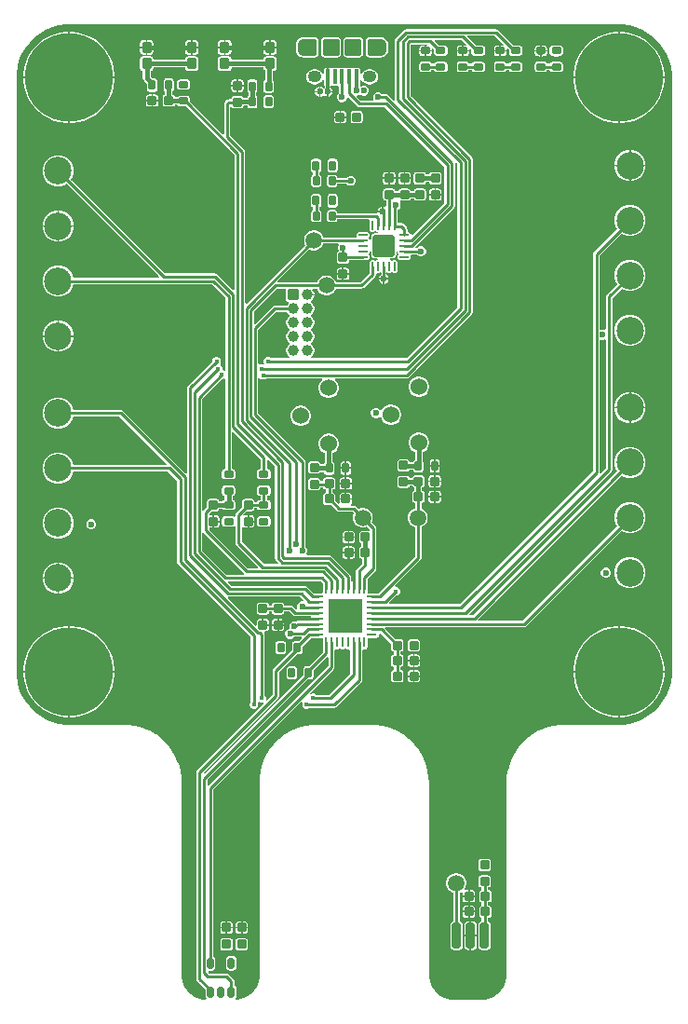
<source format=gtl>
G04*
G04 #@! TF.GenerationSoftware,Altium Limited,Altium Designer,23.4.1 (23)*
G04*
G04 Layer_Physical_Order=1*
G04 Layer_Color=3326705*
%FSLAX44Y44*%
%MOMM*%
G71*
G04*
G04 #@! TF.SameCoordinates,810E8BC2-B951-4309-8685-973D218C77A5*
G04*
G04*
G04 #@! TF.FilePolarity,Positive*
G04*
G01*
G75*
%ADD12C,0.2500*%
%ADD16C,1.5000*%
G04:AMPARAMS|DCode=17|XSize=0.8mm|YSize=0.8mm|CornerRadius=0.1mm|HoleSize=0mm|Usage=FLASHONLY|Rotation=270.000|XOffset=0mm|YOffset=0mm|HoleType=Round|Shape=RoundedRectangle|*
%AMROUNDEDRECTD17*
21,1,0.8000,0.6000,0,0,270.0*
21,1,0.6000,0.8000,0,0,270.0*
1,1,0.2000,-0.3000,-0.3000*
1,1,0.2000,-0.3000,0.3000*
1,1,0.2000,0.3000,0.3000*
1,1,0.2000,0.3000,-0.3000*
%
%ADD17ROUNDEDRECTD17*%
G04:AMPARAMS|DCode=18|XSize=0.6mm|YSize=0.9mm|CornerRadius=0.075mm|HoleSize=0mm|Usage=FLASHONLY|Rotation=90.000|XOffset=0mm|YOffset=0mm|HoleType=Round|Shape=RoundedRectangle|*
%AMROUNDEDRECTD18*
21,1,0.6000,0.7500,0,0,90.0*
21,1,0.4500,0.9000,0,0,90.0*
1,1,0.1500,0.3750,0.2250*
1,1,0.1500,0.3750,-0.2250*
1,1,0.1500,-0.3750,-0.2250*
1,1,0.1500,-0.3750,0.2250*
%
%ADD18ROUNDEDRECTD18*%
G04:AMPARAMS|DCode=19|XSize=0.6mm|YSize=0.9mm|CornerRadius=0.075mm|HoleSize=0mm|Usage=FLASHONLY|Rotation=180.000|XOffset=0mm|YOffset=0mm|HoleType=Round|Shape=RoundedRectangle|*
%AMROUNDEDRECTD19*
21,1,0.6000,0.7500,0,0,180.0*
21,1,0.4500,0.9000,0,0,180.0*
1,1,0.1500,-0.2250,0.3750*
1,1,0.1500,0.2250,0.3750*
1,1,0.1500,0.2250,-0.3750*
1,1,0.1500,-0.2250,-0.3750*
%
%ADD19ROUNDEDRECTD19*%
G04:AMPARAMS|DCode=20|XSize=0.8mm|YSize=0.8mm|CornerRadius=0.1mm|HoleSize=0mm|Usage=FLASHONLY|Rotation=180.000|XOffset=0mm|YOffset=0mm|HoleType=Round|Shape=RoundedRectangle|*
%AMROUNDEDRECTD20*
21,1,0.8000,0.6000,0,0,180.0*
21,1,0.6000,0.8000,0,0,180.0*
1,1,0.2000,-0.3000,0.3000*
1,1,0.2000,0.3000,0.3000*
1,1,0.2000,0.3000,-0.3000*
1,1,0.2000,-0.3000,-0.3000*
%
%ADD20ROUNDEDRECTD20*%
%ADD21O,0.2500X0.9000*%
%ADD22O,0.9000X0.2500*%
G04:AMPARAMS|DCode=23|XSize=1.98mm|YSize=1.98mm|CornerRadius=0.198mm|HoleSize=0mm|Usage=FLASHONLY|Rotation=90.000|XOffset=0mm|YOffset=0mm|HoleType=Round|Shape=RoundedRectangle|*
%AMROUNDEDRECTD23*
21,1,1.9800,1.5840,0,0,90.0*
21,1,1.5840,1.9800,0,0,90.0*
1,1,0.3960,0.7920,0.7920*
1,1,0.3960,0.7920,-0.7920*
1,1,0.3960,-0.7920,-0.7920*
1,1,0.3960,-0.7920,0.7920*
%
%ADD23ROUNDEDRECTD23*%
G04:AMPARAMS|DCode=24|XSize=0.6mm|YSize=0.8mm|CornerRadius=0.075mm|HoleSize=0mm|Usage=FLASHONLY|Rotation=0.000|XOffset=0mm|YOffset=0mm|HoleType=Round|Shape=RoundedRectangle|*
%AMROUNDEDRECTD24*
21,1,0.6000,0.6500,0,0,0.0*
21,1,0.4500,0.8000,0,0,0.0*
1,1,0.1500,0.2250,-0.3250*
1,1,0.1500,-0.2250,-0.3250*
1,1,0.1500,-0.2250,0.3250*
1,1,0.1500,0.2250,0.3250*
%
%ADD24ROUNDEDRECTD24*%
G04:AMPARAMS|DCode=25|XSize=0.8mm|YSize=2.3mm|CornerRadius=0.2mm|HoleSize=0mm|Usage=FLASHONLY|Rotation=180.000|XOffset=0mm|YOffset=0mm|HoleType=Round|Shape=RoundedRectangle|*
%AMROUNDEDRECTD25*
21,1,0.8000,1.9000,0,0,180.0*
21,1,0.4000,2.3000,0,0,180.0*
1,1,0.4000,-0.2000,0.9500*
1,1,0.4000,0.2000,0.9500*
1,1,0.4000,0.2000,-0.9500*
1,1,0.4000,-0.2000,-0.9500*
%
%ADD25ROUNDEDRECTD25*%
G04:AMPARAMS|DCode=26|XSize=0.6mm|YSize=1mm|CornerRadius=0.15mm|HoleSize=0mm|Usage=FLASHONLY|Rotation=180.000|XOffset=0mm|YOffset=0mm|HoleType=Round|Shape=RoundedRectangle|*
%AMROUNDEDRECTD26*
21,1,0.6000,0.7000,0,0,180.0*
21,1,0.3000,1.0000,0,0,180.0*
1,1,0.3000,-0.1500,0.3500*
1,1,0.3000,0.1500,0.3500*
1,1,0.3000,0.1500,-0.3500*
1,1,0.3000,-0.1500,-0.3500*
%
%ADD26ROUNDEDRECTD26*%
%ADD27R,3.1000X3.1000*%
%ADD28O,1.0000X0.2500*%
%ADD29O,0.2500X1.0000*%
G04:AMPARAMS|DCode=30|XSize=0.9mm|YSize=1mm|CornerRadius=0.1125mm|HoleSize=0mm|Usage=FLASHONLY|Rotation=0.000|XOffset=0mm|YOffset=0mm|HoleType=Round|Shape=RoundedRectangle|*
%AMROUNDEDRECTD30*
21,1,0.9000,0.7750,0,0,0.0*
21,1,0.6750,1.0000,0,0,0.0*
1,1,0.2250,0.3375,-0.3875*
1,1,0.2250,-0.3375,-0.3875*
1,1,0.2250,-0.3375,0.3875*
1,1,0.2250,0.3375,0.3875*
%
%ADD30ROUNDEDRECTD30*%
G04:AMPARAMS|DCode=31|XSize=1.37mm|YSize=1.55mm|CornerRadius=0.1713mm|HoleSize=0mm|Usage=FLASHONLY|Rotation=0.000|XOffset=0mm|YOffset=0mm|HoleType=Round|Shape=RoundedRectangle|*
%AMROUNDEDRECTD31*
21,1,1.3700,1.2075,0,0,0.0*
21,1,1.0275,1.5500,0,0,0.0*
1,1,0.3425,0.5138,-0.6038*
1,1,0.3425,-0.5138,-0.6038*
1,1,0.3425,-0.5138,0.6038*
1,1,0.3425,0.5138,0.6038*
%
%ADD31ROUNDEDRECTD31*%
G04:AMPARAMS|DCode=32|XSize=0.4mm|YSize=1.35mm|CornerRadius=0.05mm|HoleSize=0mm|Usage=FLASHONLY|Rotation=180.000|XOffset=0mm|YOffset=0mm|HoleType=Round|Shape=RoundedRectangle|*
%AMROUNDEDRECTD32*
21,1,0.4000,1.2500,0,0,180.0*
21,1,0.3000,1.3500,0,0,180.0*
1,1,0.1000,-0.1500,0.6250*
1,1,0.1000,0.1500,0.6250*
1,1,0.1000,0.1500,-0.6250*
1,1,0.1000,-0.1500,-0.6250*
%
%ADD32ROUNDEDRECTD32*%
G04:AMPARAMS|DCode=33|XSize=1.5mm|YSize=1.55mm|CornerRadius=0.1875mm|HoleSize=0mm|Usage=FLASHONLY|Rotation=180.000|XOffset=0mm|YOffset=0mm|HoleType=Round|Shape=RoundedRectangle|*
%AMROUNDEDRECTD33*
21,1,1.5000,1.1750,0,0,180.0*
21,1,1.1250,1.5500,0,0,180.0*
1,1,0.3750,-0.5625,0.5875*
1,1,0.3750,0.5625,0.5875*
1,1,0.3750,0.5625,-0.5875*
1,1,0.3750,-0.5625,-0.5875*
%
%ADD33ROUNDEDRECTD33*%
G04:AMPARAMS|DCode=34|XSize=0.6mm|YSize=0.8mm|CornerRadius=0.075mm|HoleSize=0mm|Usage=FLASHONLY|Rotation=90.000|XOffset=0mm|YOffset=0mm|HoleType=Round|Shape=RoundedRectangle|*
%AMROUNDEDRECTD34*
21,1,0.6000,0.6500,0,0,90.0*
21,1,0.4500,0.8000,0,0,90.0*
1,1,0.1500,0.3250,0.2250*
1,1,0.1500,0.3250,-0.2250*
1,1,0.1500,-0.3250,-0.2250*
1,1,0.1500,-0.3250,0.2250*
%
%ADD34ROUNDEDRECTD34*%
%ADD63C,0.3810*%
%ADD64C,0.3500*%
%ADD65C,2.5000*%
%ADD66C,1.5240*%
%ADD67C,8.0000*%
G04:AMPARAMS|DCode=68|XSize=1mm|YSize=1mm|CornerRadius=0.125mm|HoleSize=0mm|Usage=FLASHONLY|Rotation=0.000|XOffset=0mm|YOffset=0mm|HoleType=Round|Shape=RoundedRectangle|*
%AMROUNDEDRECTD68*
21,1,1.0000,0.7500,0,0,0.0*
21,1,0.7500,1.0000,0,0,0.0*
1,1,0.2500,0.3750,-0.3750*
1,1,0.2500,-0.3750,-0.3750*
1,1,0.2500,-0.3750,0.3750*
1,1,0.2500,0.3750,0.3750*
%
%ADD68ROUNDEDRECTD68*%
%ADD69C,1.0000*%
G04:AMPARAMS|DCode=70|XSize=1.55mm|YSize=1.05mm|CornerRadius=0.525mm|HoleSize=0mm|Usage=FLASHONLY|Rotation=270.000|XOffset=0mm|YOffset=0mm|HoleType=Round|Shape=RoundedRectangle|*
%AMROUNDEDRECTD70*
21,1,1.5500,0.0000,0,0,270.0*
21,1,0.5000,1.0500,0,0,270.0*
1,1,1.0500,0.0000,-0.2500*
1,1,1.0500,0.0000,0.2500*
1,1,1.0500,0.0000,0.2500*
1,1,1.0500,0.0000,-0.2500*
%
%ADD70ROUNDEDRECTD70*%
G04:AMPARAMS|DCode=71|XSize=1.25mm|YSize=1.05mm|CornerRadius=0.525mm|HoleSize=0mm|Usage=FLASHONLY|Rotation=0.000|XOffset=0mm|YOffset=0mm|HoleType=Round|Shape=RoundedRectangle|*
%AMROUNDEDRECTD71*
21,1,1.2500,0.0000,0,0,0.0*
21,1,0.2000,1.0500,0,0,0.0*
1,1,1.0500,0.1000,0.0000*
1,1,1.0500,-0.1000,0.0000*
1,1,1.0500,-0.1000,0.0000*
1,1,1.0500,0.1000,0.0000*
%
%ADD71ROUNDEDRECTD71*%
%ADD72C,0.6000*%
%ADD73C,0.4500*%
%ADD74C,0.5000*%
G36*
X559381Y137164D02*
X565457Y135536D01*
X571269Y133129D01*
X576716Y129984D01*
X581707Y126155D01*
X586155Y121707D01*
X589984Y116716D01*
X593129Y111269D01*
X595536Y105457D01*
X597164Y99382D01*
X597985Y93145D01*
Y90000D01*
Y-450000D01*
Y-453145D01*
X597164Y-459381D01*
X595536Y-465457D01*
X593129Y-471269D01*
X589984Y-476716D01*
X586155Y-481707D01*
X581707Y-486155D01*
X576716Y-489984D01*
X571269Y-493129D01*
X565457Y-495536D01*
X559381Y-497164D01*
X553145Y-497985D01*
X550000D01*
X500000Y-497985D01*
X499967Y-497992D01*
X499934Y-497986D01*
X496664Y-498093D01*
X496567Y-498116D01*
X496467Y-498110D01*
X489982Y-498963D01*
X489857Y-499006D01*
X489724Y-499015D01*
X483407Y-500708D01*
X483287Y-500766D01*
X483157Y-500792D01*
X477115Y-503295D01*
X477004Y-503369D01*
X476878Y-503412D01*
X471214Y-506682D01*
X471114Y-506769D01*
X470995Y-506828D01*
X465806Y-510810D01*
X465719Y-510910D01*
X465608Y-510983D01*
X460983Y-515608D01*
X460910Y-515719D01*
X460810Y-515806D01*
X456828Y-520995D01*
X456769Y-521114D01*
X456682Y-521214D01*
X453412Y-526878D01*
X453369Y-527004D01*
X453295Y-527115D01*
X450792Y-533157D01*
X450766Y-533287D01*
X450708Y-533407D01*
X449015Y-539724D01*
X449006Y-539857D01*
X448963Y-539982D01*
X448110Y-546467D01*
X448116Y-546567D01*
X448093Y-546664D01*
X447986Y-549934D01*
X447992Y-549967D01*
X447985Y-550000D01*
Y-725000D01*
Y-727264D01*
X447102Y-731705D01*
X445369Y-735888D01*
X442854Y-739652D01*
X439652Y-742854D01*
X435888Y-745369D01*
X431704Y-747102D01*
X427264Y-747985D01*
X397736D01*
X393295Y-747102D01*
X389112Y-745369D01*
X385348Y-742854D01*
X382146Y-739652D01*
X379631Y-735888D01*
X377898Y-731704D01*
X377015Y-727264D01*
Y-725000D01*
X377015Y-550000D01*
X377008Y-549967D01*
X377014Y-549934D01*
X376907Y-546664D01*
X376884Y-546567D01*
X376890Y-546467D01*
X376037Y-539983D01*
X375994Y-539857D01*
X375985Y-539724D01*
X374292Y-533407D01*
X374234Y-533288D01*
X374208Y-533157D01*
X371705Y-527115D01*
X371631Y-527004D01*
X371588Y-526878D01*
X368318Y-521214D01*
X368231Y-521114D01*
X368172Y-520995D01*
X364190Y-515806D01*
X364090Y-515719D01*
X364017Y-515608D01*
X359392Y-510984D01*
X359281Y-510910D01*
X359194Y-510810D01*
X354005Y-506828D01*
X353886Y-506769D01*
X353786Y-506682D01*
X348122Y-503412D01*
X347996Y-503369D01*
X347885Y-503295D01*
X341843Y-500792D01*
X341713Y-500766D01*
X341593Y-500708D01*
X335276Y-499015D01*
X335143Y-499006D01*
X335018Y-498963D01*
X328533Y-498110D01*
X328433Y-498116D01*
X328336Y-498093D01*
X325066Y-497986D01*
X325033Y-497992D01*
X325000Y-497985D01*
X275000Y-497985D01*
X274967Y-497992D01*
X274934Y-497986D01*
X271664Y-498093D01*
X271567Y-498116D01*
X271467Y-498110D01*
X264982Y-498963D01*
X264857Y-499006D01*
X264724Y-499015D01*
X258407Y-500708D01*
X258287Y-500766D01*
X258157Y-500792D01*
X252115Y-503295D01*
X252004Y-503369D01*
X251878Y-503412D01*
X246214Y-506682D01*
X246114Y-506769D01*
X245995Y-506828D01*
X240806Y-510810D01*
X240719Y-510910D01*
X240608Y-510983D01*
X235983Y-515608D01*
X235910Y-515719D01*
X235810Y-515806D01*
X231828Y-520995D01*
X231769Y-521114D01*
X231682Y-521214D01*
X228412Y-526878D01*
X228369Y-527004D01*
X228295Y-527115D01*
X225792Y-533157D01*
X225766Y-533287D01*
X225707Y-533407D01*
X224015Y-539724D01*
X224006Y-539857D01*
X223963Y-539982D01*
X223110Y-546467D01*
X223116Y-546567D01*
X223093Y-546664D01*
X222986Y-549934D01*
X222992Y-549967D01*
X222985Y-550000D01*
Y-725000D01*
Y-727264D01*
X222102Y-731705D01*
X220369Y-735888D01*
X217854Y-739652D01*
X214652Y-742854D01*
X210888Y-745369D01*
X206705Y-747102D01*
X202264Y-747985D01*
X201513D01*
X201127Y-746715D01*
X201180Y-746680D01*
X201848Y-745680D01*
X202083Y-744500D01*
Y-737500D01*
X201848Y-736320D01*
X201180Y-735320D01*
X200328Y-734751D01*
Y-731500D01*
X200328Y-731500D01*
X200113Y-730417D01*
X199500Y-729500D01*
X195000Y-725000D01*
X194082Y-724387D01*
X193000Y-724172D01*
X177419D01*
X176456Y-723173D01*
X176479Y-722729D01*
X177000Y-721583D01*
X180000D01*
X181180Y-721348D01*
X182180Y-720680D01*
X182848Y-719680D01*
X183083Y-718500D01*
Y-711500D01*
X182848Y-710320D01*
X182180Y-709320D01*
X181328Y-708751D01*
Y-557172D01*
X261656Y-476844D01*
X262568Y-477707D01*
X261952Y-479195D01*
Y-480805D01*
X262568Y-482293D01*
X263707Y-483432D01*
X265195Y-484048D01*
X266805D01*
X268293Y-483432D01*
X268896Y-482828D01*
X291000D01*
X292082Y-482613D01*
X293000Y-482000D01*
X315500Y-459500D01*
X316113Y-458582D01*
X316328Y-457500D01*
Y-430413D01*
X317101Y-429846D01*
X317598Y-429649D01*
X318500Y-429828D01*
X319582Y-429613D01*
X320500Y-429000D01*
X321113Y-428082D01*
X321328Y-427000D01*
Y-420559D01*
X321479Y-419479D01*
X322559Y-419328D01*
X329000D01*
X330082Y-419113D01*
X331000Y-418500D01*
X331613Y-417582D01*
X331828Y-416500D01*
X331785Y-416283D01*
X332672Y-415018D01*
X333465Y-414965D01*
X342927Y-424426D01*
Y-429000D01*
X343122Y-429985D01*
X343680Y-430820D01*
X344515Y-431378D01*
X345500Y-431573D01*
X345672D01*
Y-434427D01*
X345500D01*
X344515Y-434622D01*
X343680Y-435180D01*
X343122Y-436015D01*
X342927Y-437000D01*
Y-443000D01*
X343122Y-443985D01*
X343680Y-444820D01*
X344515Y-445378D01*
X345500Y-445574D01*
X345672D01*
Y-448427D01*
X345500D01*
X344515Y-448622D01*
X343680Y-449180D01*
X343122Y-450015D01*
X342927Y-451000D01*
Y-457000D01*
X343122Y-457985D01*
X343680Y-458820D01*
X344515Y-459378D01*
X345500Y-459574D01*
X351500D01*
X352485Y-459378D01*
X353320Y-458820D01*
X353878Y-457985D01*
X354073Y-457000D01*
Y-451000D01*
X353878Y-450015D01*
X353320Y-449180D01*
X352485Y-448622D01*
X351500Y-448427D01*
X351328D01*
Y-445574D01*
X351500D01*
X352485Y-445378D01*
X353320Y-444820D01*
X353878Y-443985D01*
X354073Y-443000D01*
Y-437000D01*
X353878Y-436015D01*
X353320Y-435180D01*
X352485Y-434622D01*
X351500Y-434427D01*
X351328D01*
Y-431573D01*
X351500D01*
X352485Y-431378D01*
X353320Y-430820D01*
X353878Y-429985D01*
X354073Y-429000D01*
Y-423000D01*
X353878Y-422015D01*
X353320Y-421180D01*
X352485Y-420622D01*
X351500Y-420427D01*
X346926D01*
X337098Y-410598D01*
X337624Y-409328D01*
X463500D01*
X464582Y-409113D01*
X465500Y-408500D01*
X552270Y-321730D01*
X554587Y-323068D01*
X558154Y-324024D01*
X561846D01*
X565413Y-323068D01*
X568611Y-321222D01*
X571222Y-318611D01*
X573068Y-315413D01*
X574024Y-311846D01*
Y-308154D01*
X573068Y-304587D01*
X571222Y-301389D01*
X568611Y-298778D01*
X565413Y-296932D01*
X561846Y-295976D01*
X558154D01*
X554587Y-296932D01*
X551389Y-298778D01*
X548778Y-301389D01*
X546932Y-304587D01*
X545976Y-308154D01*
Y-311846D01*
X546932Y-315413D01*
X548270Y-317731D01*
X462328Y-403672D01*
X422124D01*
X421598Y-402402D01*
X552270Y-271730D01*
X554587Y-273068D01*
X558154Y-274024D01*
X561846D01*
X565413Y-273068D01*
X568611Y-271222D01*
X571222Y-268611D01*
X573068Y-265413D01*
X574024Y-261846D01*
Y-258154D01*
X573068Y-254587D01*
X571222Y-251389D01*
X568611Y-248778D01*
X565413Y-246932D01*
X561846Y-245976D01*
X558154D01*
X554587Y-246932D01*
X551389Y-248778D01*
X548778Y-251389D01*
X546932Y-254587D01*
X545976Y-258154D01*
Y-261846D01*
X546932Y-265413D01*
X548270Y-267730D01*
X417328Y-398672D01*
X414124D01*
X413598Y-397402D01*
X543000Y-268000D01*
X543000Y-268000D01*
X543613Y-267082D01*
X543828Y-266000D01*
Y-110171D01*
X552270Y-101730D01*
X554587Y-103068D01*
X558154Y-104024D01*
X561846D01*
X565413Y-103068D01*
X568611Y-101222D01*
X571222Y-98611D01*
X573068Y-95413D01*
X574024Y-91846D01*
Y-88154D01*
X573068Y-84587D01*
X571222Y-81389D01*
X568611Y-78778D01*
X565413Y-76932D01*
X561846Y-75976D01*
X558154D01*
X554587Y-76932D01*
X551389Y-78778D01*
X548778Y-81389D01*
X546932Y-84587D01*
X545976Y-88154D01*
Y-91846D01*
X546932Y-95413D01*
X548270Y-97731D01*
X539000Y-107000D01*
X538387Y-107918D01*
X538172Y-109000D01*
Y-138878D01*
X536902Y-139726D01*
X536107Y-139397D01*
X534297D01*
X533502Y-139726D01*
X532232Y-138878D01*
Y-71768D01*
X552270Y-51730D01*
X554587Y-53068D01*
X558154Y-54024D01*
X561846D01*
X565413Y-53068D01*
X568611Y-51222D01*
X571222Y-48611D01*
X573068Y-45413D01*
X574024Y-41846D01*
Y-38154D01*
X573068Y-34587D01*
X571222Y-31389D01*
X568611Y-28778D01*
X565413Y-26932D01*
X561846Y-25976D01*
X558154D01*
X554587Y-26932D01*
X551389Y-28778D01*
X548778Y-31389D01*
X546932Y-34587D01*
X545976Y-38154D01*
Y-41846D01*
X546932Y-45413D01*
X548270Y-47730D01*
X527404Y-68596D01*
X526791Y-69514D01*
X526576Y-70596D01*
Y-267425D01*
X405328Y-388672D01*
X341124D01*
X340598Y-387402D01*
X346952Y-381048D01*
X347805D01*
X349293Y-380432D01*
X350432Y-379293D01*
X351048Y-377805D01*
Y-376195D01*
X350432Y-374707D01*
X349293Y-373568D01*
X347805Y-372952D01*
X346844D01*
X346318Y-371682D01*
X369500Y-348500D01*
X369500Y-348500D01*
X370113Y-347582D01*
X370328Y-346500D01*
Y-318451D01*
X370483Y-318409D01*
X372541Y-317221D01*
X374221Y-315541D01*
X375409Y-313483D01*
X376024Y-311188D01*
Y-308812D01*
X375409Y-306517D01*
X374221Y-304459D01*
X372541Y-302779D01*
X370483Y-301591D01*
X370328Y-301549D01*
Y-296573D01*
X370500D01*
X371485Y-296378D01*
X372320Y-295820D01*
X372878Y-294985D01*
X373073Y-294000D01*
Y-288000D01*
X372878Y-287015D01*
X372320Y-286180D01*
X371485Y-285622D01*
X370996Y-285525D01*
Y-282475D01*
X371485Y-282377D01*
X372320Y-281820D01*
X372878Y-280985D01*
X373073Y-280000D01*
Y-274000D01*
X372878Y-273015D01*
X372320Y-272180D01*
X371485Y-271622D01*
X370500Y-271427D01*
X364500D01*
X363515Y-271622D01*
X362680Y-272180D01*
X362122Y-273015D01*
X361926Y-274000D01*
Y-274004D01*
X359475D01*
X359378Y-273515D01*
X358820Y-272680D01*
X357985Y-272122D01*
X357000Y-271927D01*
X351000D01*
X350015Y-272122D01*
X349180Y-272680D01*
X348622Y-273515D01*
X348427Y-274500D01*
Y-280500D01*
X348622Y-281485D01*
X349180Y-282320D01*
X350015Y-282878D01*
X351000Y-283073D01*
X357000D01*
X357985Y-282878D01*
X358820Y-282320D01*
X359378Y-281485D01*
X359475Y-280996D01*
X362130D01*
X362680Y-281820D01*
X363515Y-282377D01*
X364004Y-282475D01*
Y-285525D01*
X363515Y-285622D01*
X362680Y-286180D01*
X362122Y-287015D01*
X361926Y-288000D01*
Y-294000D01*
X362122Y-294985D01*
X362680Y-295820D01*
X363515Y-296378D01*
X364500Y-296573D01*
X364672D01*
Y-301282D01*
X363517Y-301591D01*
X361459Y-302779D01*
X359779Y-304459D01*
X358591Y-306517D01*
X357976Y-308812D01*
Y-311188D01*
X358591Y-313483D01*
X359779Y-315541D01*
X361459Y-317221D01*
X363517Y-318409D01*
X364672Y-318718D01*
Y-345328D01*
X331328Y-378672D01*
X322559D01*
X321479Y-378521D01*
X321328Y-377441D01*
Y-365672D01*
X328500Y-358500D01*
X329113Y-357582D01*
X329328Y-356500D01*
Y-319500D01*
X329113Y-318418D01*
X328500Y-317500D01*
X325070Y-314070D01*
X325409Y-313483D01*
X326024Y-311188D01*
Y-308812D01*
X325409Y-306517D01*
X324221Y-304459D01*
X322541Y-302779D01*
X320483Y-301591D01*
X318188Y-300976D01*
X315812D01*
X313517Y-301591D01*
X312930Y-301930D01*
X311000Y-300000D01*
X310082Y-299387D01*
X309000Y-299172D01*
X306582D01*
X306197Y-297902D01*
X306320Y-297820D01*
X306878Y-296985D01*
X307073Y-296000D01*
Y-293762D01*
X301500D01*
X295927D01*
Y-296000D01*
X296083Y-296787D01*
X295605Y-297247D01*
X295036Y-297536D01*
X292073Y-294573D01*
Y-290000D01*
X291877Y-289015D01*
X291320Y-288180D01*
X290485Y-287622D01*
X289500Y-287426D01*
X289328D01*
Y-284573D01*
X289500D01*
X290485Y-284377D01*
X291320Y-283820D01*
X291877Y-282985D01*
X292073Y-282000D01*
Y-276000D01*
X291877Y-275015D01*
X291320Y-274180D01*
X290485Y-273622D01*
X289500Y-273426D01*
X283500D01*
X282515Y-273622D01*
X281680Y-274180D01*
X281122Y-275015D01*
X280926Y-276000D01*
Y-276672D01*
X278573D01*
Y-276500D01*
X278377Y-275515D01*
X277820Y-274680D01*
X276985Y-274122D01*
X276000Y-273927D01*
X270000D01*
X269015Y-274122D01*
X268180Y-274680D01*
X267622Y-275515D01*
X267426Y-276500D01*
Y-282500D01*
X267622Y-283485D01*
X268180Y-284320D01*
X269015Y-284878D01*
X270000Y-285073D01*
X276000D01*
X276985Y-284878D01*
X277820Y-284320D01*
X278377Y-283485D01*
X278573Y-282500D01*
Y-282328D01*
X280992D01*
X281122Y-282985D01*
X281680Y-283820D01*
X282515Y-284377D01*
X283500Y-284573D01*
X283672D01*
Y-287426D01*
X283500D01*
X282515Y-287622D01*
X281680Y-288180D01*
X281122Y-289015D01*
X280926Y-290000D01*
Y-296000D01*
X281122Y-296985D01*
X281680Y-297820D01*
X282515Y-298377D01*
X283500Y-298573D01*
X288074D01*
X293500Y-304000D01*
X294418Y-304613D01*
X295500Y-304828D01*
X307829D01*
X308930Y-305930D01*
X308591Y-306517D01*
X307976Y-308812D01*
Y-311188D01*
X308591Y-313483D01*
X309779Y-315541D01*
X311459Y-317221D01*
X313517Y-318409D01*
X315812Y-319024D01*
X318188D01*
X320483Y-318409D01*
X321070Y-318070D01*
X323155Y-320155D01*
X323087Y-321213D01*
X322200Y-322127D01*
X316200D01*
X315215Y-322322D01*
X314380Y-322880D01*
X313822Y-323715D01*
X313627Y-324700D01*
Y-330700D01*
X313822Y-331685D01*
X314380Y-332520D01*
X315215Y-333078D01*
X315704Y-333175D01*
Y-336225D01*
X315215Y-336322D01*
X314380Y-336880D01*
X313822Y-337715D01*
X313627Y-338700D01*
Y-344700D01*
X313822Y-345685D01*
X314380Y-346520D01*
X315215Y-347078D01*
X316200Y-347273D01*
X316372D01*
Y-351729D01*
X311500Y-356600D01*
X310887Y-357518D01*
X310672Y-358600D01*
Y-367587D01*
X309900Y-368154D01*
X309402Y-368351D01*
X309262Y-368323D01*
Y-374750D01*
X307738D01*
Y-368323D01*
X307598Y-368351D01*
X307101Y-368154D01*
X306328Y-367587D01*
Y-363809D01*
X306113Y-362727D01*
X305500Y-361809D01*
X288691Y-345000D01*
X287773Y-344387D01*
X286691Y-344172D01*
X266152D01*
X265626Y-342902D01*
X265952Y-342576D01*
X266644Y-340905D01*
Y-339095D01*
X265952Y-337424D01*
X264924Y-336396D01*
Y-259405D01*
X264709Y-258323D01*
X264096Y-257405D01*
X264096Y-257405D01*
X221972Y-215282D01*
Y-183429D01*
X222534Y-183158D01*
X223242Y-183039D01*
X224231Y-184028D01*
X225718Y-184644D01*
X227329D01*
X228817Y-184028D01*
X229420Y-183424D01*
X280026D01*
X280373Y-184641D01*
X280374Y-184694D01*
X278683Y-186385D01*
X277479Y-188470D01*
X276856Y-190796D01*
Y-193204D01*
X277479Y-195529D01*
X278683Y-197614D01*
X280385Y-199317D01*
X282471Y-200521D01*
X284796Y-201144D01*
X287204D01*
X289529Y-200521D01*
X291615Y-199317D01*
X293317Y-197614D01*
X294521Y-195529D01*
X295144Y-193204D01*
Y-190796D01*
X294521Y-188470D01*
X293317Y-186385D01*
X291626Y-184694D01*
X291627Y-184641D01*
X291975Y-183424D01*
X356786D01*
X357868Y-183209D01*
X358786Y-182596D01*
X416048Y-125333D01*
X416661Y-124416D01*
X416876Y-123334D01*
X416876Y-123333D01*
Y15952D01*
X416661Y17034D01*
X416048Y17952D01*
X416048Y17952D01*
X360828Y73172D01*
Y119828D01*
X361124Y120124D01*
X375870D01*
X375893Y120089D01*
X375214Y118819D01*
X374762D01*
Y115012D01*
X379569D01*
Y115954D01*
X380839Y116480D01*
X381931Y115387D01*
Y112250D01*
X382108Y111363D01*
X382611Y110611D01*
X383363Y110108D01*
X384250Y109931D01*
X391750D01*
X392637Y110108D01*
X393390Y110611D01*
X393892Y111363D01*
X394069Y112250D01*
Y116750D01*
X393892Y117637D01*
X393390Y118390D01*
X392637Y118892D01*
X391750Y119069D01*
X386249D01*
X382344Y122974D01*
X382830Y124148D01*
X406852D01*
X410912Y120089D01*
X410386Y118819D01*
X408762D01*
Y115012D01*
X413569D01*
Y115635D01*
X414839Y116162D01*
X415932Y115069D01*
Y112250D01*
X416108Y111363D01*
X416611Y110611D01*
X417363Y110108D01*
X418250Y109931D01*
X425750D01*
X426637Y110108D01*
X427389Y110611D01*
X427892Y111363D01*
X428069Y112250D01*
Y116750D01*
X427892Y117637D01*
X427389Y118390D01*
X426637Y118892D01*
X425750Y119069D01*
X419931D01*
X412002Y126998D01*
X412488Y128172D01*
X436828D01*
X444912Y120089D01*
X444385Y118819D01*
X442762D01*
Y115012D01*
X447569D01*
Y115635D01*
X448839Y116162D01*
X449931Y115069D01*
Y112250D01*
X450108Y111363D01*
X450611Y110611D01*
X451363Y110108D01*
X452250Y109931D01*
X459750D01*
X460637Y110108D01*
X461390Y110611D01*
X461892Y111363D01*
X462069Y112250D01*
Y116750D01*
X461892Y117637D01*
X461390Y118390D01*
X460637Y118892D01*
X459750Y119069D01*
X453931D01*
X440000Y133000D01*
X439082Y133613D01*
X438000Y133828D01*
X356618D01*
X355536Y133613D01*
X354618Y133000D01*
X347000Y125381D01*
X346387Y124464D01*
X346172Y123382D01*
Y69624D01*
X346159Y69612D01*
X345000Y69000D01*
X340000Y74000D01*
X339082Y74613D01*
X338000Y74828D01*
X334604D01*
X333576Y75856D01*
X331905Y76548D01*
X330095D01*
X328424Y75856D01*
X327144Y74576D01*
X326452Y72905D01*
Y71095D01*
X326865Y70098D01*
X326081Y68828D01*
X315172D01*
X311721Y72279D01*
X312215Y73581D01*
X313576Y74144D01*
X314500Y75068D01*
X315424Y74144D01*
X317095Y73452D01*
X318905D01*
X320576Y74144D01*
X321856Y75424D01*
X322548Y77095D01*
Y78905D01*
X321856Y80576D01*
X320576Y81856D01*
X318905Y82548D01*
X317095D01*
X315810Y82016D01*
X315134Y82343D01*
X314609Y83460D01*
X314766Y84250D01*
Y87433D01*
X316036Y87686D01*
X316285Y87084D01*
X317371Y85669D01*
X318786Y84583D01*
X320434Y83900D01*
X322202Y83667D01*
X324202D01*
X325970Y83900D01*
X327618Y84583D01*
X329033Y85669D01*
X330119Y87084D01*
X330802Y88732D01*
X331034Y90500D01*
X330802Y92268D01*
X330119Y93916D01*
X329033Y95331D01*
X327618Y96417D01*
X325970Y97100D01*
X324202Y97332D01*
X322202D01*
X320434Y97100D01*
X318786Y96417D01*
X317371Y95331D01*
X316285Y93916D01*
X316036Y93314D01*
X314766Y93567D01*
Y96750D01*
X314609Y97540D01*
X314161Y98209D01*
X313492Y98657D01*
X312702Y98814D01*
X309702D01*
X308912Y98657D01*
X308897Y98646D01*
X307952Y98312D01*
X307007Y98646D01*
X306992Y98657D01*
X306202Y98814D01*
X303202D01*
X302412Y98657D01*
X302397Y98646D01*
X301452Y98312D01*
X300507Y98646D01*
X300492Y98657D01*
X299702Y98814D01*
X296702D01*
X295912Y98657D01*
X295897Y98646D01*
X294952Y98312D01*
X294007Y98646D01*
X293992Y98657D01*
X293202Y98814D01*
X290202D01*
X289412Y98657D01*
X289397Y98646D01*
X288452Y98312D01*
X287507Y98646D01*
X287492Y98657D01*
X286702Y98814D01*
X285964D01*
Y90500D01*
X284440D01*
Y98814D01*
X283702D01*
X282912Y98657D01*
X282243Y98209D01*
X281795Y97540D01*
X281638Y96750D01*
Y93567D01*
X280368Y93314D01*
X280119Y93916D01*
X279033Y95331D01*
X277618Y96417D01*
X275970Y97100D01*
X274202Y97332D01*
X272202D01*
X270434Y97100D01*
X268786Y96417D01*
X267371Y95331D01*
X266285Y93916D01*
X265602Y92268D01*
X265369Y90500D01*
X265602Y88732D01*
X266285Y87084D01*
X267371Y85669D01*
X268786Y84583D01*
X270434Y83900D01*
X272202Y83667D01*
X274202D01*
X275970Y83900D01*
X277618Y84583D01*
X279033Y85669D01*
X280119Y87084D01*
X280368Y87686D01*
X281638Y87433D01*
Y84250D01*
X281795Y83460D01*
X282243Y82791D01*
X282854Y82382D01*
X282918Y82049D01*
X282939Y81043D01*
X282437Y80835D01*
X281500Y79898D01*
X280563Y80835D01*
X278900Y81524D01*
X278762D01*
Y77000D01*
Y72476D01*
X278900D01*
X280563Y73165D01*
X281500Y74102D01*
X282437Y73165D01*
X284100Y72476D01*
X284238D01*
Y77000D01*
X285000D01*
Y77762D01*
X289524D01*
Y77900D01*
X288835Y79563D01*
X287563Y80835D01*
X287192Y80989D01*
X287322Y82310D01*
X287492Y82343D01*
X287507Y82354D01*
X288452Y82688D01*
X289397Y82354D01*
X289412Y82343D01*
X290202Y82186D01*
X293202D01*
X293992Y82343D01*
X294007Y82354D01*
X294138Y82400D01*
X295374Y81745D01*
Y75806D01*
X294144Y74576D01*
X293452Y72905D01*
Y71095D01*
X294144Y69424D01*
X295424Y68144D01*
X297095Y67452D01*
X298905D01*
X300576Y68144D01*
X301856Y69424D01*
X302548Y71095D01*
Y71656D01*
X303818Y72182D01*
X312000Y64000D01*
X312918Y63387D01*
X314000Y63172D01*
X337138D01*
X391148Y9162D01*
Y-23852D01*
X362031Y-52969D01*
X360725Y-52479D01*
X360613Y-51918D01*
X360000Y-51000D01*
X359082Y-50387D01*
X358000Y-50172D01*
X357578D01*
Y-47750D01*
X357363Y-46668D01*
X356750Y-45750D01*
X356750Y-45750D01*
X354000Y-43000D01*
X353082Y-42387D01*
X352000Y-42172D01*
X348828D01*
Y-32000D01*
X348828Y-32000D01*
Y-30165D01*
X349576Y-29856D01*
X350856Y-28576D01*
X351548Y-26905D01*
Y-25095D01*
X350856Y-23424D01*
X350775Y-23343D01*
X351056Y-21957D01*
X351128Y-21900D01*
X352000Y-22074D01*
X358000D01*
X358985Y-21878D01*
X359820Y-21320D01*
X360378Y-20485D01*
X360475Y-19996D01*
X363525D01*
X363623Y-20485D01*
X364180Y-21320D01*
X365015Y-21878D01*
X366000Y-22074D01*
X372000D01*
X372985Y-21878D01*
X373820Y-21320D01*
X374378Y-20485D01*
X374574Y-19500D01*
Y-13500D01*
X374378Y-12515D01*
X373820Y-11680D01*
X372985Y-11122D01*
X372000Y-10927D01*
X366000D01*
X365015Y-11122D01*
X364180Y-11680D01*
X363623Y-12515D01*
X363525Y-13004D01*
X360475D01*
X360378Y-12515D01*
X359820Y-11680D01*
X358985Y-11122D01*
X358000Y-10927D01*
X352000D01*
X351015Y-11122D01*
X350180Y-11680D01*
X349622Y-12515D01*
X349525Y-13004D01*
X346475D01*
X346378Y-12515D01*
X345820Y-11680D01*
X344985Y-11122D01*
X344000Y-10927D01*
X338000D01*
X337015Y-11122D01*
X336180Y-11680D01*
X335622Y-12515D01*
X335427Y-13500D01*
Y-19500D01*
X335622Y-20485D01*
X336180Y-21320D01*
X337015Y-21878D01*
X338000Y-22074D01*
X338172D01*
Y-27115D01*
X336902Y-27891D01*
X335900Y-27476D01*
X335762D01*
Y-32000D01*
X335000D01*
Y-32762D01*
X329887D01*
X329383Y-33209D01*
X329303Y-33232D01*
X329000Y-33172D01*
X293818D01*
Y-32750D01*
X293642Y-31863D01*
X293139Y-31111D01*
X292387Y-30608D01*
X291500Y-30431D01*
X287000D01*
X286113Y-30608D01*
X285361Y-31111D01*
X284858Y-31863D01*
X284681Y-32750D01*
Y-39250D01*
X284858Y-40137D01*
X285361Y-40890D01*
X286113Y-41392D01*
X287000Y-41568D01*
X291500D01*
X292387Y-41392D01*
X293139Y-40890D01*
X293642Y-40137D01*
X293818Y-39250D01*
Y-38828D01*
X322587D01*
X323154Y-39600D01*
X323351Y-40098D01*
X323172Y-41000D01*
Y-47500D01*
X323387Y-48582D01*
X324000Y-49500D01*
X324918Y-50113D01*
X326000Y-50328D01*
X327082Y-50113D01*
X327635Y-49743D01*
X328500Y-49589D01*
X329365Y-49743D01*
X329918Y-50113D01*
X330542Y-50237D01*
X330417Y-51507D01*
X328080D01*
X326713Y-51779D01*
X325554Y-52554D01*
X324779Y-53713D01*
X324507Y-55080D01*
Y-57417D01*
X323237Y-57542D01*
X323113Y-56918D01*
X322744Y-56365D01*
X322589Y-55500D01*
X322744Y-54635D01*
X323113Y-54082D01*
X323328Y-53000D01*
X323113Y-51918D01*
X322500Y-51000D01*
X321582Y-50387D01*
X320500Y-50172D01*
X314000D01*
X312918Y-50387D01*
X312000Y-51000D01*
X311387Y-51918D01*
X311172Y-53000D01*
X311351Y-53902D01*
X311154Y-54399D01*
X310587Y-55172D01*
X281203D01*
X281028Y-54517D01*
X279839Y-52459D01*
X278159Y-50779D01*
X276102Y-49591D01*
X273806Y-48976D01*
X271430D01*
X269135Y-49591D01*
X267078Y-50779D01*
X265397Y-52459D01*
X264209Y-54517D01*
X263594Y-56812D01*
Y-59188D01*
X264209Y-61483D01*
X264548Y-62070D01*
X211053Y-115566D01*
X209879Y-115080D01*
Y22640D01*
X209879Y22640D01*
X209664Y23722D01*
X209051Y24640D01*
X196614Y37077D01*
Y62739D01*
X197884Y63124D01*
X198180Y62680D01*
X199015Y62122D01*
X200000Y61926D01*
X206000D01*
X206985Y62122D01*
X207820Y62680D01*
X208378Y63515D01*
X208573Y64500D01*
Y64504D01*
X211931D01*
Y64250D01*
X212108Y63363D01*
X212610Y62611D01*
X213363Y62108D01*
X214250Y61932D01*
X218750D01*
X219637Y62108D01*
X220389Y62611D01*
X220892Y63363D01*
X221068Y64250D01*
Y71750D01*
X220892Y72637D01*
X220389Y73390D01*
X219996Y73652D01*
Y76348D01*
X220389Y76611D01*
X220892Y77363D01*
X221068Y78250D01*
Y85750D01*
X220892Y86637D01*
X220389Y87389D01*
X219637Y87892D01*
X218750Y88069D01*
X214250D01*
X213363Y87892D01*
X212610Y87389D01*
X212108Y86637D01*
X211931Y85750D01*
Y78250D01*
X212108Y77363D01*
X212610Y76611D01*
X213004Y76348D01*
Y73652D01*
X212610Y73390D01*
X212108Y72637D01*
X211931Y71750D01*
Y71496D01*
X208370D01*
X207820Y72320D01*
X206985Y72878D01*
X206000Y73073D01*
X200000D01*
X199015Y72878D01*
X198180Y72320D01*
X197622Y71485D01*
X197427Y70500D01*
Y70328D01*
X195250D01*
X194168Y70113D01*
X193250Y69500D01*
X191786Y68035D01*
X191173Y67118D01*
X190957Y66035D01*
Y38702D01*
X189784Y38216D01*
X160068Y67931D01*
Y70750D01*
X159892Y71637D01*
X159389Y72389D01*
X158637Y72892D01*
X157750Y73068D01*
X150250D01*
X149363Y72892D01*
X148770Y72496D01*
X145975D01*
X145878Y72985D01*
X145320Y73820D01*
X144485Y74378D01*
X143996Y74475D01*
Y77348D01*
X144389Y77611D01*
X144892Y78363D01*
X145069Y79250D01*
Y86750D01*
X144892Y87637D01*
X144389Y88389D01*
X143637Y88892D01*
X142750Y89068D01*
X138250D01*
X137363Y88892D01*
X136611Y88389D01*
X136108Y87637D01*
X135932Y86750D01*
Y79250D01*
X136108Y78363D01*
X136611Y77611D01*
X137004Y77348D01*
Y74475D01*
X136515Y74378D01*
X135680Y73820D01*
X135122Y72985D01*
X134927Y72000D01*
Y66000D01*
X135122Y65015D01*
X135680Y64180D01*
X136515Y63622D01*
X137500Y63426D01*
X143500D01*
X144485Y63622D01*
X145320Y64180D01*
X145878Y65015D01*
X145975Y65504D01*
X148080D01*
X148108Y65363D01*
X148610Y64611D01*
X149363Y64108D01*
X150250Y63931D01*
X156069D01*
X200199Y19802D01*
Y-102849D01*
X199025Y-103335D01*
X184667Y-88976D01*
X183749Y-88363D01*
X182667Y-88148D01*
X137148D01*
X51730Y-2730D01*
X53068Y-413D01*
X54024Y3154D01*
Y6846D01*
X53068Y10413D01*
X51222Y13611D01*
X48611Y16222D01*
X45413Y18068D01*
X41846Y19024D01*
X38154D01*
X34587Y18068D01*
X31389Y16222D01*
X28778Y13611D01*
X26932Y10413D01*
X25976Y6846D01*
Y3154D01*
X26932Y-413D01*
X28778Y-3611D01*
X31389Y-6222D01*
X34587Y-8068D01*
X38154Y-9024D01*
X41846D01*
X45413Y-8068D01*
X47730Y-6730D01*
X131998Y-90998D01*
X131512Y-92172D01*
X53761D01*
X53068Y-89587D01*
X51222Y-86389D01*
X48611Y-83778D01*
X45413Y-81932D01*
X41846Y-80976D01*
X38154D01*
X34587Y-81932D01*
X31389Y-83778D01*
X28778Y-86389D01*
X26932Y-89587D01*
X25976Y-93154D01*
Y-96846D01*
X26932Y-100413D01*
X28778Y-103611D01*
X31389Y-106222D01*
X34587Y-108068D01*
X38154Y-109024D01*
X41846D01*
X45413Y-108068D01*
X48611Y-106222D01*
X51222Y-103611D01*
X53068Y-100413D01*
X53761Y-97828D01*
X179828D01*
X192151Y-110150D01*
Y-175767D01*
X190881Y-176397D01*
X189805Y-175952D01*
X189588D01*
X189048Y-175805D01*
Y-174195D01*
X188432Y-172707D01*
X187465Y-171741D01*
X187387Y-170337D01*
X187432Y-170293D01*
X188048Y-168805D01*
Y-167195D01*
X187432Y-165707D01*
X186293Y-164568D01*
X184805Y-163952D01*
X183195D01*
X181707Y-164568D01*
X180568Y-165707D01*
X179952Y-167195D01*
Y-168048D01*
X158000Y-190000D01*
X157387Y-190918D01*
X157172Y-192000D01*
Y-269512D01*
X155998Y-269998D01*
X99000Y-213000D01*
X98082Y-212387D01*
X97000Y-212172D01*
X53761D01*
X53068Y-209587D01*
X51222Y-206389D01*
X48611Y-203778D01*
X45413Y-201932D01*
X41846Y-200976D01*
X38154D01*
X34587Y-201932D01*
X31389Y-203778D01*
X28778Y-206389D01*
X26932Y-209587D01*
X25976Y-213154D01*
Y-216846D01*
X26932Y-220413D01*
X28778Y-223611D01*
X31389Y-226222D01*
X34587Y-228068D01*
X38154Y-229024D01*
X41846D01*
X45413Y-228068D01*
X48611Y-226222D01*
X51222Y-223611D01*
X53068Y-220413D01*
X53761Y-217828D01*
X95829D01*
X138998Y-260998D01*
X138512Y-262172D01*
X53761D01*
X53068Y-259587D01*
X51222Y-256389D01*
X48611Y-253778D01*
X45413Y-251932D01*
X41846Y-250976D01*
X38154D01*
X34587Y-251932D01*
X31389Y-253778D01*
X28778Y-256389D01*
X26932Y-259587D01*
X25976Y-263154D01*
Y-266846D01*
X26932Y-270413D01*
X28778Y-273611D01*
X31389Y-276222D01*
X34587Y-278068D01*
X38154Y-279024D01*
X41846D01*
X45413Y-278068D01*
X48611Y-276222D01*
X51222Y-273611D01*
X53068Y-270413D01*
X53761Y-267828D01*
X139828D01*
X148172Y-276172D01*
Y-350000D01*
X148387Y-351082D01*
X149000Y-352000D01*
X215172Y-418172D01*
Y-477104D01*
X214568Y-477707D01*
X213952Y-479195D01*
Y-480805D01*
X214568Y-482293D01*
X215707Y-483432D01*
X217195Y-484048D01*
X218805D01*
X220293Y-483432D01*
X221432Y-482293D01*
X222048Y-480805D01*
Y-479195D01*
X221605Y-478126D01*
X222682Y-477407D01*
X222707Y-477432D01*
X224195Y-478048D01*
X225805D01*
X226404Y-477800D01*
X227124Y-478876D01*
X166702Y-539298D01*
X166089Y-540216D01*
X165874Y-541298D01*
Y-729337D01*
X166089Y-730420D01*
X166702Y-731337D01*
X173917Y-738552D01*
Y-744500D01*
X174151Y-745680D01*
X174820Y-746680D01*
X174872Y-746715D01*
X174487Y-747985D01*
X172736D01*
X168295Y-747102D01*
X164112Y-745369D01*
X160348Y-742854D01*
X157146Y-739652D01*
X154631Y-735888D01*
X152898Y-731704D01*
X152015Y-727264D01*
Y-725000D01*
X152015Y-550000D01*
X152008Y-549967D01*
X152014Y-549934D01*
X151907Y-546664D01*
X151884Y-546567D01*
X151890Y-546467D01*
X151037Y-539982D01*
X150994Y-539857D01*
X150985Y-539724D01*
X149292Y-533407D01*
X149234Y-533287D01*
X149208Y-533157D01*
X146705Y-527115D01*
X146631Y-527004D01*
X146588Y-526878D01*
X143318Y-521214D01*
X143231Y-521114D01*
X143172Y-520995D01*
X139190Y-515806D01*
X139090Y-515719D01*
X139017Y-515608D01*
X134392Y-510984D01*
X134281Y-510910D01*
X134194Y-510810D01*
X129005Y-506828D01*
X128886Y-506769D01*
X128786Y-506682D01*
X123122Y-503412D01*
X122996Y-503369D01*
X122885Y-503295D01*
X116843Y-500792D01*
X116713Y-500766D01*
X116593Y-500708D01*
X110276Y-499015D01*
X110143Y-499006D01*
X110017Y-498963D01*
X103533Y-498110D01*
X103434Y-498116D01*
X103336Y-498093D01*
X100066Y-497986D01*
X100033Y-497992D01*
X100000Y-497985D01*
X46855D01*
X40619Y-497164D01*
X34543Y-495536D01*
X28731Y-493129D01*
X23284Y-489984D01*
X18293Y-486155D01*
X13845Y-481707D01*
X10016Y-476716D01*
X6871Y-471269D01*
X4464Y-465457D01*
X2836Y-459381D01*
X2015Y-453145D01*
Y-450000D01*
Y90000D01*
Y93145D01*
X2836Y99382D01*
X4464Y105457D01*
X6871Y111269D01*
X10016Y116716D01*
X13845Y121707D01*
X18293Y126155D01*
X23284Y129984D01*
X28731Y133129D01*
X34543Y135536D01*
X40619Y137164D01*
X46855Y137985D01*
X553145D01*
X559381Y137164D01*
D02*
G37*
G36*
X295266Y-62002D02*
X295244Y-62024D01*
X294552Y-63695D01*
Y-65505D01*
X295093Y-66812D01*
X295049Y-67565D01*
X294643Y-68371D01*
X294180Y-68680D01*
X293622Y-69515D01*
X293426Y-70500D01*
Y-76500D01*
X293622Y-77485D01*
X294180Y-78320D01*
X295015Y-78878D01*
X296000Y-79073D01*
X302000D01*
X302985Y-78878D01*
X303820Y-78320D01*
X304377Y-77485D01*
X304573Y-76500D01*
Y-75828D01*
X320500D01*
X321582Y-75613D01*
X322500Y-75000D01*
X323113Y-74082D01*
X323328Y-73000D01*
X323113Y-71918D01*
X322744Y-71365D01*
X322589Y-70500D01*
X322744Y-69635D01*
X323113Y-69082D01*
X323237Y-68457D01*
X324507Y-68583D01*
Y-70920D01*
X324779Y-72287D01*
X325554Y-73446D01*
X326713Y-74221D01*
X328080Y-74493D01*
X330417D01*
X330542Y-75763D01*
X329918Y-75887D01*
X329365Y-76256D01*
X328500Y-76411D01*
X327635Y-76256D01*
X327082Y-75887D01*
X326000Y-75672D01*
X324918Y-75887D01*
X324000Y-76500D01*
X323387Y-77418D01*
X323172Y-78500D01*
Y-87828D01*
X314828Y-96172D01*
X292584D01*
X292409Y-95517D01*
X291221Y-93459D01*
X289541Y-91779D01*
X287483Y-90591D01*
X285188Y-89976D01*
X282812D01*
X280517Y-90591D01*
X278459Y-91779D01*
X276779Y-93459D01*
X275591Y-95517D01*
X275415Y-96172D01*
X240106D01*
X239620Y-94998D01*
X268548Y-66070D01*
X269135Y-66409D01*
X271430Y-67024D01*
X273806D01*
X276102Y-66409D01*
X278159Y-65221D01*
X279839Y-63541D01*
X281028Y-61483D01*
X281203Y-60828D01*
X294780D01*
X295266Y-62002D01*
D02*
G37*
G36*
X403172Y11447D02*
Y-118828D01*
X356828Y-165172D01*
X270209D01*
X269869Y-163902D01*
X270356Y-163620D01*
X271570Y-162406D01*
X272429Y-160918D01*
X272874Y-159259D01*
Y-157541D01*
X272429Y-155882D01*
X271570Y-154394D01*
X270356Y-153180D01*
X269669Y-152783D01*
Y-151317D01*
X270356Y-150920D01*
X271570Y-149706D01*
X272429Y-148218D01*
X272874Y-146559D01*
Y-144841D01*
X272429Y-143182D01*
X271570Y-141694D01*
X270356Y-140479D01*
X269669Y-140083D01*
Y-138617D01*
X270356Y-138221D01*
X271570Y-137006D01*
X272429Y-135518D01*
X272874Y-133859D01*
Y-132141D01*
X272429Y-130482D01*
X271570Y-128994D01*
X270356Y-127780D01*
X269669Y-127383D01*
Y-125917D01*
X270356Y-125520D01*
X271570Y-124306D01*
X272429Y-122818D01*
X272874Y-121159D01*
Y-119441D01*
X272429Y-117782D01*
X271570Y-116294D01*
X270356Y-115079D01*
X269669Y-114683D01*
Y-113217D01*
X270356Y-112821D01*
X271570Y-111606D01*
X272429Y-110118D01*
X272874Y-108459D01*
Y-108362D01*
X266350D01*
Y-106838D01*
X272874D01*
Y-106741D01*
X272429Y-105082D01*
X271570Y-103594D01*
X271075Y-103098D01*
X271601Y-101828D01*
X275415D01*
X275591Y-102483D01*
X276779Y-104541D01*
X278459Y-106221D01*
X280517Y-107409D01*
X282812Y-108024D01*
X285188D01*
X287483Y-107409D01*
X289541Y-106221D01*
X291221Y-104541D01*
X292409Y-102483D01*
X292584Y-101828D01*
X316000D01*
X317082Y-101613D01*
X318000Y-101000D01*
X328000Y-91000D01*
X328613Y-90082D01*
X328828Y-89000D01*
Y-88413D01*
X329601Y-87846D01*
X330098Y-87649D01*
X331000Y-87828D01*
X332082Y-87613D01*
X332635Y-87243D01*
X333335Y-87119D01*
X334054Y-87559D01*
X333978Y-88941D01*
X333437Y-89165D01*
X332165Y-90437D01*
X331476Y-92100D01*
Y-92238D01*
X340524D01*
Y-92100D01*
X339835Y-90437D01*
X338563Y-89165D01*
X338241Y-89031D01*
X338018Y-87565D01*
X338615Y-87000D01*
X339000D01*
X339918Y-87613D01*
X341000Y-87828D01*
X342082Y-87613D01*
X342635Y-87243D01*
X343500Y-87089D01*
X344365Y-87243D01*
X344918Y-87613D01*
X346000Y-87828D01*
X347082Y-87613D01*
X348000Y-87000D01*
X348613Y-86082D01*
X348828Y-85000D01*
Y-78500D01*
X348613Y-77418D01*
X348000Y-76500D01*
X347082Y-75887D01*
X346000Y-75672D01*
X344918Y-75887D01*
X344365Y-76256D01*
X343500Y-76411D01*
X342635Y-76256D01*
X342082Y-75887D01*
X341458Y-75763D01*
X341583Y-74493D01*
X343920D01*
X345287Y-74221D01*
X346446Y-73446D01*
X347221Y-72287D01*
X347493Y-70920D01*
Y-68583D01*
X348763Y-68457D01*
X348887Y-69082D01*
X349257Y-69635D01*
X349411Y-70500D01*
X349257Y-71365D01*
X348887Y-71918D01*
X348672Y-73000D01*
X348887Y-74082D01*
X349500Y-75000D01*
X350418Y-75613D01*
X351500Y-75828D01*
X358000D01*
X359082Y-75613D01*
X360000Y-75000D01*
X360613Y-74082D01*
X360828Y-73000D01*
X360649Y-72098D01*
X360846Y-71601D01*
X361413Y-70828D01*
X366396D01*
X367424Y-71856D01*
X369095Y-72548D01*
X370905D01*
X372576Y-71856D01*
X373856Y-70576D01*
X374548Y-68905D01*
Y-67095D01*
X373856Y-65424D01*
X372576Y-64144D01*
X370905Y-63452D01*
X369095D01*
X367424Y-64144D01*
X366488Y-65080D01*
X365314Y-64954D01*
X364865Y-63826D01*
X400000Y-28691D01*
X400613Y-27773D01*
X400828Y-26691D01*
Y11994D01*
X400841Y12006D01*
X402000Y12618D01*
X403172Y11447D01*
D02*
G37*
G36*
X246671Y-102124D02*
X247221Y-103098D01*
X247072Y-103850D01*
Y-111350D01*
X247287Y-112432D01*
X247900Y-113350D01*
X248818Y-113963D01*
X248995Y-113998D01*
X249172Y-114294D01*
X249358Y-115365D01*
X248430Y-116294D01*
X247750Y-117472D01*
X236823D01*
X235741Y-117687D01*
X234823Y-118300D01*
X219101Y-134022D01*
X217927Y-133536D01*
Y-122382D01*
X238481Y-101828D01*
X246387D01*
X246671Y-102124D01*
D02*
G37*
G36*
X248430Y-124306D02*
X249644Y-125520D01*
X250331Y-125917D01*
Y-127383D01*
X249644Y-127780D01*
X248430Y-128994D01*
X247571Y-130482D01*
X247126Y-132141D01*
Y-133859D01*
X247571Y-135518D01*
X248430Y-137006D01*
X249644Y-138221D01*
X250331Y-138617D01*
Y-140083D01*
X249644Y-140479D01*
X248430Y-141694D01*
X247571Y-143182D01*
X247126Y-144841D01*
Y-146559D01*
X247571Y-148218D01*
X248430Y-149706D01*
X249644Y-150920D01*
X250331Y-151317D01*
Y-152783D01*
X249644Y-153180D01*
X248430Y-154394D01*
X247571Y-155882D01*
X247126Y-157541D01*
Y-159259D01*
X247571Y-160918D01*
X248430Y-162406D01*
X249644Y-163620D01*
X250131Y-163902D01*
X249791Y-165172D01*
X233896D01*
X233293Y-164568D01*
X231805Y-163952D01*
X230195D01*
X228707Y-164568D01*
X227568Y-165707D01*
X226952Y-167195D01*
Y-168805D01*
X227401Y-169889D01*
X226511Y-170895D01*
X225563Y-170503D01*
X223953D01*
X223221Y-170806D01*
X221951Y-169973D01*
Y-139172D01*
X237994Y-123128D01*
X247750D01*
X248430Y-124306D01*
D02*
G37*
G36*
X534297Y-148493D02*
X536107D01*
X536902Y-148164D01*
X538172Y-149012D01*
Y-264828D01*
X533310Y-269691D01*
X532139Y-269065D01*
X532232Y-268596D01*
X532232Y-268596D01*
Y-149012D01*
X533502Y-148164D01*
X534297Y-148493D01*
D02*
G37*
G36*
X192151Y-184233D02*
Y-188854D01*
X192172Y-188960D01*
Y-265931D01*
X191250D01*
X190363Y-266108D01*
X189611Y-266611D01*
X189108Y-267363D01*
X188931Y-268250D01*
Y-272750D01*
X189108Y-273637D01*
X189611Y-274389D01*
X190363Y-274892D01*
X191250Y-275068D01*
X198750D01*
X199637Y-274892D01*
X200389Y-274389D01*
X200892Y-273637D01*
X201068Y-272750D01*
Y-268250D01*
X200892Y-267363D01*
X200389Y-266611D01*
X199637Y-266108D01*
X198750Y-265931D01*
X197828D01*
Y-232105D01*
X199002Y-231619D01*
X224172Y-256789D01*
Y-265931D01*
X223250D01*
X222363Y-266108D01*
X221611Y-266611D01*
X221108Y-267363D01*
X220931Y-268250D01*
Y-272750D01*
X221108Y-273637D01*
X221611Y-274389D01*
X222363Y-274892D01*
X223250Y-275068D01*
X230750D01*
X231637Y-274892D01*
X232390Y-274389D01*
X232892Y-273637D01*
X233069Y-272750D01*
Y-268250D01*
X232892Y-267363D01*
X232390Y-266611D01*
X231637Y-266108D01*
X230750Y-265931D01*
X229828D01*
Y-257488D01*
X231002Y-257002D01*
X237172Y-263172D01*
Y-347000D01*
X237387Y-348082D01*
X238000Y-349000D01*
X240047Y-351046D01*
X239560Y-352220D01*
X227172D01*
X206828Y-331876D01*
Y-318582D01*
X208098Y-318197D01*
X208180Y-318320D01*
X209015Y-318878D01*
X210000Y-319074D01*
X212238D01*
Y-313500D01*
Y-307927D01*
X210000D01*
X209213Y-308083D01*
X208753Y-307605D01*
X208464Y-307036D01*
X211427Y-304074D01*
X216000D01*
X216985Y-303878D01*
X217820Y-303320D01*
X218378Y-302485D01*
X218573Y-301500D01*
Y-301328D01*
X221047D01*
X221108Y-301637D01*
X221611Y-302390D01*
X222363Y-302892D01*
X223250Y-303069D01*
X230750D01*
X231637Y-302892D01*
X232390Y-302390D01*
X232892Y-301637D01*
X233069Y-300750D01*
Y-296250D01*
X232892Y-295363D01*
X232390Y-294611D01*
X231637Y-294108D01*
X230750Y-293932D01*
X229828D01*
Y-290069D01*
X230750D01*
X231637Y-289892D01*
X232390Y-289389D01*
X232892Y-288637D01*
X233069Y-287750D01*
Y-283250D01*
X232892Y-282363D01*
X232390Y-281611D01*
X231637Y-281108D01*
X230750Y-280931D01*
X223250D01*
X222363Y-281108D01*
X221611Y-281611D01*
X221108Y-282363D01*
X220931Y-283250D01*
Y-287750D01*
X221108Y-288637D01*
X221611Y-289389D01*
X222363Y-289892D01*
X223250Y-290069D01*
X224172D01*
Y-293932D01*
X223250D01*
X222363Y-294108D01*
X221611Y-294611D01*
X221108Y-295363D01*
X221047Y-295672D01*
X218573D01*
Y-295500D01*
X218378Y-294515D01*
X217820Y-293680D01*
X216985Y-293123D01*
X216000Y-292927D01*
X210000D01*
X209015Y-293123D01*
X208180Y-293680D01*
X207623Y-294515D01*
X207427Y-295500D01*
Y-300074D01*
X202000Y-305500D01*
X201387Y-306418D01*
X201172Y-307500D01*
Y-308669D01*
X199902Y-309285D01*
X199637Y-309108D01*
X198750Y-308932D01*
X191250D01*
X190363Y-309108D01*
X189611Y-309611D01*
X189108Y-310363D01*
X188931Y-311250D01*
Y-315750D01*
X189108Y-316637D01*
X189611Y-317390D01*
X190363Y-317892D01*
X191250Y-318069D01*
X198750D01*
X199637Y-317892D01*
X199902Y-317715D01*
X201172Y-318331D01*
Y-333048D01*
X201387Y-334130D01*
X202000Y-335048D01*
X222022Y-355070D01*
X221536Y-356244D01*
X212743D01*
X177604Y-321104D01*
X177644Y-319396D01*
X178000Y-319074D01*
X180238D01*
Y-313500D01*
Y-307927D01*
X178000D01*
X177644Y-307604D01*
X177604Y-305896D01*
X179426Y-304073D01*
X184000D01*
X184985Y-303878D01*
X185820Y-303320D01*
X186378Y-302485D01*
X186475Y-301996D01*
X189348D01*
X189611Y-302389D01*
X190363Y-302892D01*
X191250Y-303069D01*
X198750D01*
X199637Y-302892D01*
X200389Y-302389D01*
X200892Y-301637D01*
X201068Y-300750D01*
Y-296250D01*
X200892Y-295363D01*
X200389Y-294611D01*
X199637Y-294108D01*
X198750Y-293931D01*
X198496D01*
Y-290069D01*
X198750D01*
X199637Y-289892D01*
X200389Y-289389D01*
X200892Y-288637D01*
X201068Y-287750D01*
Y-283250D01*
X200892Y-282363D01*
X200389Y-281611D01*
X199637Y-281108D01*
X198750Y-280931D01*
X191250D01*
X190363Y-281108D01*
X189611Y-281611D01*
X189108Y-282363D01*
X188931Y-283250D01*
Y-287750D01*
X189108Y-288637D01*
X189611Y-289389D01*
X190363Y-289892D01*
X191250Y-290069D01*
X191504D01*
Y-293931D01*
X191250D01*
X190363Y-294108D01*
X189611Y-294611D01*
X189348Y-295004D01*
X186475D01*
X186378Y-294515D01*
X185820Y-293680D01*
X184985Y-293122D01*
X184000Y-292927D01*
X178000D01*
X177015Y-293122D01*
X176180Y-293680D01*
X175622Y-294515D01*
X175427Y-295500D01*
Y-300074D01*
X172146Y-303354D01*
X171546Y-303256D01*
X170876Y-302896D01*
Y-202124D01*
X188952Y-184048D01*
X189805D01*
X190881Y-183603D01*
X192151Y-184233D01*
D02*
G37*
G36*
X209402Y-360902D02*
X209272Y-361588D01*
X208932Y-362172D01*
X193244D01*
X170876Y-339804D01*
Y-324104D01*
X171546Y-323744D01*
X172146Y-323646D01*
X209402Y-360902D01*
D02*
G37*
G36*
X280672Y-369672D02*
Y-377441D01*
X280521Y-378521D01*
X279441Y-378672D01*
X272672D01*
X266655Y-372655D01*
X265737Y-372042D01*
X264655Y-371826D01*
X197208D01*
X194383Y-369002D01*
X194869Y-367828D01*
X278828D01*
X280672Y-369672D01*
D02*
G37*
G36*
X262884Y-384884D02*
X262358Y-386154D01*
X261191D01*
X259520Y-386846D01*
X258240Y-388126D01*
X257548Y-389797D01*
Y-391607D01*
X257617Y-391774D01*
X256839Y-393023D01*
X255947Y-393098D01*
X253449Y-390600D01*
X252531Y-389987D01*
X251449Y-389772D01*
X245623D01*
Y-389600D01*
X245428Y-388615D01*
X244870Y-387780D01*
X244035Y-387222D01*
X243050Y-387027D01*
X237050D01*
X236065Y-387222D01*
X235230Y-387780D01*
X234672Y-388615D01*
X234477Y-389600D01*
Y-389772D01*
X231623D01*
Y-389600D01*
X231427Y-388615D01*
X230870Y-387780D01*
X230035Y-387222D01*
X229050Y-387027D01*
X223050D01*
X222065Y-387222D01*
X221230Y-387780D01*
X220672Y-388615D01*
X220476Y-389600D01*
Y-395600D01*
X220672Y-396585D01*
X221230Y-397420D01*
X222065Y-397978D01*
X223050Y-398173D01*
X229050D01*
X230035Y-397978D01*
X230870Y-397420D01*
X231427Y-396585D01*
X231623Y-395600D01*
Y-395428D01*
X234477D01*
Y-395600D01*
X234672Y-396585D01*
X235230Y-397420D01*
X236065Y-397978D01*
X237050Y-398173D01*
X243050D01*
X244035Y-397978D01*
X244870Y-397420D01*
X245428Y-396585D01*
X245623Y-395600D01*
Y-395428D01*
X250277D01*
X253349Y-398500D01*
X253349Y-398500D01*
X254266Y-399113D01*
X255349Y-399328D01*
X255349Y-399328D01*
X269587D01*
X270154Y-400101D01*
X270351Y-400598D01*
X270323Y-400738D01*
X276750D01*
Y-402262D01*
X270323D01*
X270351Y-402402D01*
X270154Y-402900D01*
X269587Y-403672D01*
X258214D01*
X257132Y-403887D01*
X256215Y-404500D01*
X256214Y-404500D01*
X256158Y-404557D01*
X255905Y-404452D01*
X254095D01*
X252424Y-405144D01*
X251144Y-406424D01*
X250452Y-408095D01*
Y-409905D01*
X249792Y-411036D01*
X248324Y-411644D01*
X247044Y-412924D01*
X246352Y-414595D01*
Y-416405D01*
X247044Y-418076D01*
X248324Y-419356D01*
X249995Y-420048D01*
X251805D01*
X253476Y-419356D01*
X254503Y-418328D01*
X261012D01*
X261498Y-419502D01*
X259069Y-421931D01*
X255250D01*
X254363Y-422108D01*
X253611Y-422611D01*
X253108Y-423363D01*
X252931Y-424250D01*
Y-430069D01*
X236000Y-447000D01*
X235387Y-447918D01*
X235172Y-449000D01*
Y-470828D01*
X229877Y-476124D01*
X228800Y-475404D01*
X229048Y-474805D01*
Y-473195D01*
X228432Y-471707D01*
X227828Y-471104D01*
Y-415839D01*
X227613Y-414756D01*
X227404Y-414444D01*
X228083Y-413173D01*
X229050D01*
X230035Y-412978D01*
X230870Y-412420D01*
X231427Y-411585D01*
X231623Y-410600D01*
Y-408362D01*
X226050D01*
Y-407600D01*
X225288D01*
Y-402027D01*
X223050D01*
X222065Y-402223D01*
X221230Y-402780D01*
X220672Y-403615D01*
X220476Y-404600D01*
Y-407705D01*
X219303Y-408191D01*
X194147Y-383034D01*
X194665Y-381955D01*
X194761Y-381852D01*
X259853D01*
X262884Y-384884D01*
D02*
G37*
G36*
X297418Y-429613D02*
X298500Y-429828D01*
X299582Y-429613D01*
X300135Y-429244D01*
X301000Y-429089D01*
X301865Y-429244D01*
X302418Y-429613D01*
X303500Y-429828D01*
X304402Y-429649D01*
X304900Y-429846D01*
X305672Y-430413D01*
Y-451828D01*
X286329Y-471172D01*
X274896D01*
X274293Y-470568D01*
X272805Y-469952D01*
X271195D01*
X269707Y-470568D01*
X268844Y-469656D01*
X290500Y-448000D01*
X291113Y-447082D01*
X291328Y-446000D01*
Y-430413D01*
X292101Y-429846D01*
X292598Y-429649D01*
X293500Y-429828D01*
X294582Y-429613D01*
X295500Y-429000D01*
X296500D01*
X297418Y-429613D01*
D02*
G37*
G36*
X280521Y-419479D02*
X280672Y-420559D01*
Y-432328D01*
X268069Y-444931D01*
X265250D01*
X264363Y-445108D01*
X263610Y-445611D01*
X263108Y-446363D01*
X262931Y-447250D01*
Y-453069D01*
X173673Y-542327D01*
X172295Y-541909D01*
X172261Y-541739D01*
X240000Y-474000D01*
X240613Y-473082D01*
X240828Y-472000D01*
Y-450172D01*
X256931Y-434069D01*
X259750D01*
X260637Y-433892D01*
X261390Y-433390D01*
X261892Y-432637D01*
X262069Y-431750D01*
Y-426931D01*
X269671Y-419328D01*
X279441D01*
X280521Y-419479D01*
D02*
G37*
G36*
X285672Y-437124D02*
Y-444828D01*
X176824Y-553676D01*
X175554Y-553217D01*
Y-548446D01*
X266931Y-457069D01*
X269750D01*
X270637Y-456892D01*
X271389Y-456390D01*
X271892Y-455637D01*
X272069Y-454750D01*
Y-448931D01*
X284402Y-436598D01*
X285672Y-437124D01*
D02*
G37*
%LPC*%
G36*
X273589Y126837D02*
X263314D01*
X263255Y126826D01*
X263202Y126832D01*
X261434Y126600D01*
X259786Y125917D01*
X258371Y124831D01*
X257285Y123416D01*
X256602Y121768D01*
X256369Y120000D01*
Y115000D01*
X256602Y113232D01*
X257285Y111584D01*
X258371Y110169D01*
X259786Y109083D01*
X261434Y108400D01*
X263202Y108168D01*
X263255Y108174D01*
X263314Y108163D01*
X273589D01*
X274852Y108414D01*
X275923Y109129D01*
X276638Y110200D01*
X276889Y111462D01*
Y123538D01*
X276638Y124800D01*
X275923Y125871D01*
X274852Y126586D01*
X273589Y126837D01*
D02*
G37*
G36*
X235875Y123826D02*
X233262D01*
Y118012D01*
X238576D01*
Y121125D01*
X238370Y122159D01*
X237785Y123035D01*
X236909Y123620D01*
X235875Y123826D01*
D02*
G37*
G36*
X231738D02*
X229125D01*
X228091Y123620D01*
X227215Y123035D01*
X226630Y122159D01*
X226424Y121125D01*
Y118012D01*
X231738D01*
Y123826D01*
D02*
G37*
G36*
X164875D02*
X162262D01*
Y118012D01*
X167576D01*
Y121125D01*
X167370Y122159D01*
X166785Y123035D01*
X165909Y123620D01*
X164875Y123826D01*
D02*
G37*
G36*
X160738D02*
X158125D01*
X157091Y123620D01*
X156215Y123035D01*
X155630Y122159D01*
X155424Y121125D01*
Y118012D01*
X160738D01*
Y123826D01*
D02*
G37*
G36*
X194875D02*
X192262D01*
Y118012D01*
X197576D01*
Y121125D01*
X197370Y122159D01*
X196785Y123035D01*
X195909Y123620D01*
X194875Y123826D01*
D02*
G37*
G36*
X123875D02*
X121262D01*
Y118012D01*
X126576D01*
Y121125D01*
X126370Y122159D01*
X125785Y123035D01*
X124909Y123620D01*
X123875Y123826D01*
D02*
G37*
G36*
X190738D02*
X188125D01*
X187091Y123620D01*
X186215Y123035D01*
X185630Y122159D01*
X185424Y121125D01*
Y118012D01*
X190738D01*
Y123826D01*
D02*
G37*
G36*
X119738D02*
X117125D01*
X116091Y123620D01*
X115215Y123035D01*
X114630Y122159D01*
X114424Y121125D01*
Y118012D01*
X119738D01*
Y123826D01*
D02*
G37*
G36*
X482250Y118819D02*
X479762D01*
Y115012D01*
X484568D01*
Y116500D01*
X484392Y117387D01*
X483889Y118139D01*
X483137Y118642D01*
X482250Y118819D01*
D02*
G37*
G36*
X478238D02*
X475750D01*
X474863Y118642D01*
X474110Y118139D01*
X473608Y117387D01*
X473431Y116500D01*
Y115012D01*
X478238D01*
Y118819D01*
D02*
G37*
G36*
X407238D02*
X404750D01*
X403863Y118642D01*
X403111Y118139D01*
X402608Y117387D01*
X402431Y116500D01*
Y115012D01*
X407238D01*
Y118819D01*
D02*
G37*
G36*
X441238D02*
X438750D01*
X437863Y118642D01*
X437111Y118139D01*
X436608Y117387D01*
X436432Y116500D01*
Y115012D01*
X441238D01*
Y118819D01*
D02*
G37*
G36*
X373238D02*
X370750D01*
X369863Y118642D01*
X369111Y118139D01*
X368608Y117387D01*
X368432Y116500D01*
Y115012D01*
X373238D01*
Y118819D01*
D02*
G37*
G36*
X238576Y116488D02*
X233262D01*
Y110674D01*
X235875D01*
X236909Y110880D01*
X237785Y111465D01*
X238370Y112341D01*
X238576Y113375D01*
Y116488D01*
D02*
G37*
G36*
X231738D02*
X226424D01*
Y113375D01*
X226630Y112341D01*
X227215Y111465D01*
X228091Y110880D01*
X229125Y110674D01*
X231738D01*
Y116488D01*
D02*
G37*
G36*
X197576Y116488D02*
X192262D01*
Y110674D01*
X194875D01*
X195909Y110880D01*
X196785Y111465D01*
X197370Y112341D01*
X197576Y113375D01*
Y116488D01*
D02*
G37*
G36*
X190738D02*
X185424D01*
Y113375D01*
X185630Y112341D01*
X186215Y111465D01*
X187091Y110880D01*
X188125Y110674D01*
X190738D01*
Y116488D01*
D02*
G37*
G36*
X167576Y116488D02*
X162262D01*
Y110674D01*
X164875D01*
X165909Y110880D01*
X166785Y111465D01*
X167370Y112341D01*
X167576Y113375D01*
Y116488D01*
D02*
G37*
G36*
X160738D02*
X155424D01*
Y113375D01*
X155630Y112341D01*
X156215Y111465D01*
X157091Y110880D01*
X158125Y110674D01*
X160738D01*
Y116488D01*
D02*
G37*
G36*
X126576Y116488D02*
X121262D01*
Y110674D01*
X123875D01*
X124909Y110880D01*
X125785Y111465D01*
X126370Y112341D01*
X126576Y113375D01*
Y116488D01*
D02*
G37*
G36*
X119738D02*
X114424D01*
Y113375D01*
X114630Y112341D01*
X115215Y111465D01*
X116091Y110880D01*
X117125Y110674D01*
X119738D01*
Y116488D01*
D02*
G37*
G36*
X447569Y113488D02*
X442762D01*
Y109682D01*
X445250D01*
X446137Y109858D01*
X446889Y110361D01*
X447392Y111113D01*
X447569Y112000D01*
Y113488D01*
D02*
G37*
G36*
X441238D02*
X436432D01*
Y112000D01*
X436608Y111113D01*
X437111Y110361D01*
X437863Y109858D01*
X438750Y109682D01*
X441238D01*
Y113488D01*
D02*
G37*
G36*
X413569Y113488D02*
X408762D01*
Y109682D01*
X411250D01*
X412137Y109858D01*
X412890Y110361D01*
X413392Y111113D01*
X413569Y112000D01*
Y113488D01*
D02*
G37*
G36*
X407238D02*
X402431D01*
Y112000D01*
X402608Y111113D01*
X403111Y110361D01*
X403863Y109858D01*
X404750Y109682D01*
X407238D01*
Y113488D01*
D02*
G37*
G36*
X379569Y113488D02*
X374762D01*
Y109682D01*
X377250D01*
X378137Y109858D01*
X378890Y110361D01*
X379392Y111113D01*
X379569Y112000D01*
Y113488D01*
D02*
G37*
G36*
X373238D02*
X368432D01*
Y112000D01*
X368608Y111113D01*
X369111Y110361D01*
X369863Y109858D01*
X370750Y109682D01*
X373238D01*
Y113488D01*
D02*
G37*
G36*
X496750Y119069D02*
X489250D01*
X488363Y118892D01*
X487611Y118390D01*
X487108Y117637D01*
X486931Y116750D01*
Y112250D01*
X487108Y111363D01*
X487611Y110611D01*
X488363Y110108D01*
X489250Y109931D01*
X490137D01*
X490424Y109644D01*
X492095Y108952D01*
X493905D01*
X495576Y109644D01*
X495863Y109931D01*
X496750D01*
X497637Y110108D01*
X498389Y110611D01*
X498892Y111363D01*
X499068Y112250D01*
Y116750D01*
X498892Y117637D01*
X498389Y118390D01*
X497637Y118892D01*
X496750Y119069D01*
D02*
G37*
G36*
X484568Y113488D02*
X479000D01*
X473431D01*
Y112000D01*
X473608Y111113D01*
X474110Y110361D01*
X474863Y109858D01*
X475750Y109682D01*
X476171D01*
X476437Y109415D01*
X478100Y108726D01*
X478238D01*
Y113250D01*
X479762D01*
Y108726D01*
X479900D01*
X481563Y109415D01*
X481829Y109682D01*
X482250D01*
X483137Y109858D01*
X483889Y110361D01*
X484392Y111113D01*
X484568Y112000D01*
Y113488D01*
D02*
G37*
G36*
X333089Y126837D02*
X322814D01*
X321552Y126586D01*
X320481Y125871D01*
X319766Y124800D01*
X319515Y123538D01*
Y111462D01*
X319766Y110200D01*
X320481Y109129D01*
X321552Y108414D01*
X322814Y108163D01*
X333089D01*
X333149Y108174D01*
X333202Y108168D01*
X334970Y108400D01*
X336618Y109083D01*
X338033Y110169D01*
X339119Y111584D01*
X339802Y113232D01*
X340034Y115000D01*
Y120000D01*
X339802Y121768D01*
X339119Y123416D01*
X338033Y124831D01*
X336618Y125917D01*
X334970Y126600D01*
X333202Y126832D01*
X333149Y126826D01*
X333089Y126837D01*
D02*
G37*
G36*
X313827Y126841D02*
X302577D01*
X301251Y126577D01*
X300126Y125826D01*
X299375Y124701D01*
X299111Y123375D01*
Y111625D01*
X299375Y110299D01*
X300126Y109174D01*
X301251Y108423D01*
X302577Y108159D01*
X313827D01*
X315153Y108423D01*
X316278Y109174D01*
X317029Y110299D01*
X317293Y111625D01*
Y123375D01*
X317029Y124701D01*
X316278Y125826D01*
X315153Y126577D01*
X313827Y126841D01*
D02*
G37*
G36*
X293827D02*
X282577D01*
X281251Y126577D01*
X280126Y125826D01*
X279375Y124701D01*
X279111Y123375D01*
Y111625D01*
X279375Y110299D01*
X280126Y109174D01*
X281251Y108423D01*
X282577Y108159D01*
X293827D01*
X295153Y108423D01*
X296278Y109174D01*
X297029Y110299D01*
X297293Y111625D01*
Y123375D01*
X297029Y124701D01*
X296278Y125826D01*
X295153Y126577D01*
X293827Y126841D01*
D02*
G37*
G36*
X235875Y109326D02*
X229125D01*
X228091Y109120D01*
X227215Y108535D01*
X226630Y107659D01*
X226424Y106625D01*
Y106246D01*
X197576D01*
Y106625D01*
X197370Y107659D01*
X196785Y108535D01*
X195909Y109120D01*
X194875Y109326D01*
X188125D01*
X187091Y109120D01*
X186215Y108535D01*
X185630Y107659D01*
X185424Y106625D01*
Y98875D01*
X185630Y97841D01*
X186215Y96965D01*
X187091Y96380D01*
X188125Y96174D01*
X194875D01*
X195909Y96380D01*
X196785Y96965D01*
X197370Y97841D01*
X197576Y98875D01*
Y99254D01*
X226424D01*
Y98875D01*
X226630Y97841D01*
X227215Y96965D01*
X228004Y96438D01*
Y87652D01*
X227611Y87389D01*
X227108Y86637D01*
X226931Y85750D01*
Y78250D01*
X227108Y77363D01*
X227611Y76611D01*
X228363Y76108D01*
X229250Y75932D01*
X233750D01*
X234637Y76108D01*
X235389Y76611D01*
X235892Y77363D01*
X236069Y78250D01*
Y85750D01*
X235892Y86637D01*
X235389Y87389D01*
X234996Y87652D01*
Y96174D01*
X235875D01*
X236909Y96380D01*
X237785Y96965D01*
X238370Y97841D01*
X238576Y98875D01*
Y106625D01*
X238370Y107659D01*
X237785Y108535D01*
X236909Y109120D01*
X235875Y109326D01*
D02*
G37*
G36*
X164875D02*
X158125D01*
X157091Y109120D01*
X156215Y108535D01*
X155630Y107659D01*
X155424Y106625D01*
Y106246D01*
X126576D01*
Y106625D01*
X126370Y107659D01*
X125785Y108535D01*
X124909Y109120D01*
X123875Y109326D01*
X117125D01*
X116091Y109120D01*
X115215Y108535D01*
X114630Y107659D01*
X114424Y106625D01*
Y98875D01*
X114630Y97841D01*
X115215Y96965D01*
X116091Y96380D01*
X117004Y96198D01*
Y89500D01*
X117270Y88162D01*
X118028Y87028D01*
X120932Y84124D01*
Y79250D01*
X121108Y78363D01*
X121611Y77611D01*
X122363Y77108D01*
X123250Y76931D01*
X127750D01*
X128637Y77108D01*
X129389Y77611D01*
X129892Y78363D01*
X130069Y79250D01*
Y86750D01*
X129892Y87637D01*
X129389Y88389D01*
X128637Y88892D01*
X127750Y89068D01*
X125876D01*
X123996Y90948D01*
Y96198D01*
X124909Y96380D01*
X125785Y96965D01*
X126370Y97841D01*
X126576Y98875D01*
Y99254D01*
X155424D01*
Y98875D01*
X155630Y97841D01*
X156215Y96965D01*
X157091Y96380D01*
X158125Y96174D01*
X164875D01*
X165909Y96380D01*
X166785Y96965D01*
X167370Y97841D01*
X167576Y98875D01*
Y106625D01*
X167370Y107659D01*
X166785Y108535D01*
X165909Y109120D01*
X164875Y109326D01*
D02*
G37*
G36*
X482250Y104319D02*
X475750D01*
X474863Y104142D01*
X474110Y103639D01*
X473608Y102887D01*
X473431Y102000D01*
Y97500D01*
X473608Y96613D01*
X474110Y95861D01*
X474863Y95358D01*
X475750Y95182D01*
X482250D01*
X483137Y95358D01*
X483889Y95861D01*
X484392Y96613D01*
X484454Y96922D01*
X486997D01*
X487108Y96363D01*
X487611Y95611D01*
X488363Y95108D01*
X489250Y94931D01*
X496750D01*
X497637Y95108D01*
X498389Y95611D01*
X498892Y96363D01*
X499068Y97250D01*
Y101750D01*
X498892Y102637D01*
X498389Y103390D01*
X497637Y103892D01*
X496750Y104068D01*
X489250D01*
X488363Y103892D01*
X487611Y103390D01*
X487108Y102637D01*
X487096Y102578D01*
X484454D01*
X484392Y102887D01*
X483889Y103639D01*
X483137Y104142D01*
X482250Y104319D01*
D02*
G37*
G36*
X445250D02*
X438750D01*
X437863Y104142D01*
X437111Y103639D01*
X436608Y102887D01*
X436432Y102000D01*
Y97500D01*
X436608Y96613D01*
X437111Y95861D01*
X437863Y95358D01*
X438750Y95182D01*
X445250D01*
X446137Y95358D01*
X446889Y95861D01*
X447392Y96613D01*
X447454Y96922D01*
X449997D01*
X450108Y96363D01*
X450611Y95611D01*
X451363Y95108D01*
X452250Y94931D01*
X459750D01*
X460637Y95108D01*
X461390Y95611D01*
X461892Y96363D01*
X462069Y97250D01*
Y101750D01*
X461892Y102637D01*
X461390Y103390D01*
X460637Y103892D01*
X459750Y104068D01*
X452250D01*
X451363Y103892D01*
X450611Y103390D01*
X450108Y102637D01*
X450096Y102578D01*
X447454D01*
X447392Y102887D01*
X446889Y103639D01*
X446137Y104142D01*
X445250Y104319D01*
D02*
G37*
G36*
X411250D02*
X404750D01*
X403863Y104142D01*
X403111Y103639D01*
X402608Y102887D01*
X402431Y102000D01*
Y97500D01*
X402608Y96613D01*
X403111Y95861D01*
X403863Y95358D01*
X404750Y95182D01*
X411250D01*
X412137Y95358D01*
X412890Y95861D01*
X413392Y96613D01*
X413454Y96922D01*
X415997D01*
X416108Y96363D01*
X416611Y95611D01*
X417363Y95108D01*
X418250Y94931D01*
X425750D01*
X426637Y95108D01*
X427389Y95611D01*
X427892Y96363D01*
X428069Y97250D01*
Y101750D01*
X427892Y102637D01*
X427389Y103390D01*
X426637Y103892D01*
X425750Y104068D01*
X418250D01*
X417363Y103892D01*
X416611Y103390D01*
X416108Y102637D01*
X416096Y102578D01*
X413454D01*
X413392Y102887D01*
X412890Y103639D01*
X412137Y104142D01*
X411250Y104319D01*
D02*
G37*
G36*
X377250D02*
X370750D01*
X369863Y104142D01*
X369111Y103639D01*
X368608Y102887D01*
X368432Y102000D01*
Y97500D01*
X368608Y96613D01*
X369111Y95861D01*
X369863Y95358D01*
X370750Y95182D01*
X377250D01*
X378137Y95358D01*
X378890Y95861D01*
X379392Y96613D01*
X379454Y96922D01*
X381997D01*
X382108Y96363D01*
X382611Y95611D01*
X383363Y95108D01*
X384250Y94931D01*
X391750D01*
X392637Y95108D01*
X393390Y95611D01*
X393892Y96363D01*
X394069Y97250D01*
Y101750D01*
X393892Y102637D01*
X393390Y103390D01*
X392637Y103892D01*
X391750Y104068D01*
X384250D01*
X383363Y103892D01*
X382611Y103390D01*
X382108Y102637D01*
X382096Y102578D01*
X379454D01*
X379392Y102887D01*
X378890Y103639D01*
X378137Y104142D01*
X377250Y104319D01*
D02*
G37*
G36*
X552722Y131524D02*
X550762D01*
Y90762D01*
X591524D01*
Y92722D01*
X590813Y98118D01*
X589405Y103376D01*
X587322Y108405D01*
X584600Y113119D01*
X581286Y117437D01*
X577437Y121286D01*
X573119Y124600D01*
X568405Y127322D01*
X563376Y129405D01*
X558118Y130814D01*
X552722Y131524D01*
D02*
G37*
G36*
X549238D02*
X547278D01*
X541882Y130814D01*
X536624Y129405D01*
X531595Y127322D01*
X526881Y124600D01*
X522562Y121286D01*
X518714Y117437D01*
X515400Y113119D01*
X512678Y108405D01*
X510595Y103376D01*
X509187Y98118D01*
X508476Y92722D01*
Y90762D01*
X549238D01*
Y131524D01*
D02*
G37*
G36*
X52722D02*
X50762D01*
Y90762D01*
X91524D01*
Y92722D01*
X90814Y98118D01*
X89405Y103376D01*
X87322Y108405D01*
X84600Y113119D01*
X81286Y117437D01*
X77437Y121286D01*
X73119Y124600D01*
X68405Y127322D01*
X63376Y129405D01*
X58118Y130814D01*
X52722Y131524D01*
D02*
G37*
G36*
X49238D02*
X47278D01*
X41882Y130814D01*
X36624Y129405D01*
X31595Y127322D01*
X26881Y124600D01*
X22563Y121286D01*
X18714Y117437D01*
X15400Y113119D01*
X12678Y108405D01*
X10595Y103376D01*
X9186Y98118D01*
X8476Y92722D01*
Y90762D01*
X49238D01*
Y131524D01*
D02*
G37*
G36*
X206000Y88074D02*
X203762D01*
Y83262D01*
X208573D01*
Y85500D01*
X208378Y86485D01*
X207820Y87320D01*
X206985Y87878D01*
X206000Y88074D01*
D02*
G37*
G36*
X202238D02*
X200000D01*
X199015Y87878D01*
X198180Y87320D01*
X197622Y86485D01*
X197427Y85500D01*
Y83262D01*
X202238D01*
Y88074D01*
D02*
G37*
G36*
X157750Y88069D02*
X150250D01*
X149363Y87892D01*
X148610Y87389D01*
X148108Y86637D01*
X147931Y85750D01*
Y81250D01*
X148108Y80363D01*
X148610Y79611D01*
X149363Y79108D01*
X150250Y78931D01*
X157750D01*
X158637Y79108D01*
X159389Y79611D01*
X159892Y80363D01*
X160068Y81250D01*
Y85750D01*
X159892Y86637D01*
X159389Y87389D01*
X158637Y87892D01*
X157750Y88069D01*
D02*
G37*
G36*
X277238Y81524D02*
X277100D01*
X275437Y80835D01*
X274165Y79563D01*
X273476Y77900D01*
Y77762D01*
X277238D01*
Y81524D01*
D02*
G37*
G36*
X208573Y81738D02*
X203762D01*
Y76927D01*
X206000D01*
X206985Y77123D01*
X207820Y77680D01*
X208378Y78515D01*
X208573Y79500D01*
Y81738D01*
D02*
G37*
G36*
X202238D02*
X197427D01*
Y79500D01*
X197622Y78515D01*
X198180Y77680D01*
X199015Y77123D01*
X200000Y76927D01*
X202238D01*
Y81738D01*
D02*
G37*
G36*
X289524Y76238D02*
X285762D01*
Y72476D01*
X285900D01*
X287563Y73165D01*
X288835Y74437D01*
X289524Y76100D01*
Y76238D01*
D02*
G37*
G36*
X277238D02*
X273476D01*
Y76100D01*
X274165Y74437D01*
X275437Y73165D01*
X277100Y72476D01*
X277238D01*
Y76238D01*
D02*
G37*
G36*
X128500Y74573D02*
X126262D01*
Y69762D01*
X131073D01*
Y72000D01*
X130878Y72985D01*
X130320Y73820D01*
X129485Y74378D01*
X128500Y74573D01*
D02*
G37*
G36*
X124738D02*
X122500D01*
X121515Y74378D01*
X120680Y73820D01*
X120122Y72985D01*
X119927Y72000D01*
Y69762D01*
X124738D01*
Y74573D01*
D02*
G37*
G36*
X131073Y68238D02*
X126262D01*
Y63426D01*
X128500D01*
X129485Y63622D01*
X130320Y64180D01*
X130878Y65015D01*
X131073Y66000D01*
Y68238D01*
D02*
G37*
G36*
X124738D02*
X119927D01*
Y66000D01*
X120122Y65015D01*
X120680Y64180D01*
X121515Y63622D01*
X122500Y63426D01*
X124738D01*
Y68238D01*
D02*
G37*
G36*
X233750Y74069D02*
X229250D01*
X228363Y73892D01*
X227611Y73390D01*
X227108Y72637D01*
X226931Y71750D01*
Y64250D01*
X227108Y63363D01*
X227611Y62611D01*
X228363Y62108D01*
X229250Y61932D01*
X233750D01*
X234637Y62108D01*
X235389Y62611D01*
X235892Y63363D01*
X236069Y64250D01*
Y71750D01*
X235892Y72637D01*
X235389Y73390D01*
X234637Y73892D01*
X233750Y74069D01*
D02*
G37*
G36*
X299500Y59573D02*
X297262D01*
Y54762D01*
X302073D01*
Y57000D01*
X301878Y57985D01*
X301320Y58820D01*
X300485Y59378D01*
X299500Y59573D01*
D02*
G37*
G36*
X295738D02*
X293500D01*
X292515Y59378D01*
X291680Y58820D01*
X291122Y57985D01*
X290926Y57000D01*
Y54762D01*
X295738D01*
Y59573D01*
D02*
G37*
G36*
X591524Y89238D02*
X550762D01*
Y48476D01*
X552722D01*
X558118Y49187D01*
X563376Y50595D01*
X568405Y52678D01*
X573119Y55400D01*
X577437Y58714D01*
X581286Y62563D01*
X584600Y66881D01*
X587322Y71595D01*
X589405Y76624D01*
X590813Y81882D01*
X591524Y87278D01*
Y89238D01*
D02*
G37*
G36*
X549238D02*
X508476D01*
Y87278D01*
X509187Y81882D01*
X510595Y76624D01*
X512678Y71595D01*
X515400Y66881D01*
X518714Y62563D01*
X522562Y58714D01*
X526881Y55400D01*
X531595Y52678D01*
X536624Y50595D01*
X541882Y49187D01*
X547278Y48476D01*
X549238D01*
Y89238D01*
D02*
G37*
G36*
X91524D02*
X50762D01*
Y48476D01*
X52722D01*
X58118Y49187D01*
X63376Y50595D01*
X68405Y52678D01*
X73119Y55400D01*
X77437Y58714D01*
X81286Y62563D01*
X84600Y66881D01*
X87322Y71595D01*
X89405Y76624D01*
X90814Y81882D01*
X91524Y87278D01*
Y89238D01*
D02*
G37*
G36*
X49238D02*
X8476D01*
Y87278D01*
X9186Y81882D01*
X10595Y76624D01*
X12678Y71595D01*
X15400Y66881D01*
X18714Y62563D01*
X22563Y58714D01*
X26881Y55400D01*
X31595Y52678D01*
X36624Y50595D01*
X41882Y49187D01*
X47278Y48476D01*
X49238D01*
Y89238D01*
D02*
G37*
G36*
X314500Y59573D02*
X308500D01*
X307515Y59378D01*
X306680Y58820D01*
X306122Y57985D01*
X305927Y57000D01*
Y51000D01*
X306122Y50015D01*
X306680Y49180D01*
X307515Y48622D01*
X308500Y48426D01*
X314500D01*
X315485Y48622D01*
X316320Y49180D01*
X316878Y50015D01*
X317073Y51000D01*
Y57000D01*
X316878Y57985D01*
X316320Y58820D01*
X315485Y59378D01*
X314500Y59573D01*
D02*
G37*
G36*
X302073Y53238D02*
X297262D01*
Y48426D01*
X299500D01*
X300485Y48622D01*
X301320Y49180D01*
X301878Y50015D01*
X302073Y51000D01*
Y53238D01*
D02*
G37*
G36*
X295738D02*
X290926D01*
Y51000D01*
X291122Y50015D01*
X291680Y49180D01*
X292515Y48622D01*
X293500Y48426D01*
X295738D01*
Y53238D01*
D02*
G37*
G36*
X561846Y24024D02*
X560762D01*
Y10762D01*
X574024D01*
Y11846D01*
X573068Y15413D01*
X571222Y18611D01*
X568611Y21222D01*
X565413Y23068D01*
X561846Y24024D01*
D02*
G37*
G36*
X559238D02*
X558154D01*
X554587Y23068D01*
X551389Y21222D01*
X548778Y18611D01*
X546932Y15413D01*
X545976Y11846D01*
Y10762D01*
X559238D01*
Y24024D01*
D02*
G37*
G36*
X291750Y16069D02*
X287250D01*
X286363Y15892D01*
X285611Y15389D01*
X285108Y14637D01*
X284932Y13750D01*
Y6250D01*
X285108Y5363D01*
X285611Y4611D01*
X286363Y4108D01*
X287250Y3931D01*
X291750D01*
X292637Y4108D01*
X293389Y4611D01*
X293892Y5363D01*
X294069Y6250D01*
Y13750D01*
X293892Y14637D01*
X293389Y15389D01*
X292637Y15892D01*
X291750Y16069D01*
D02*
G37*
G36*
X386000Y4073D02*
X380000D01*
X379015Y3878D01*
X378180Y3320D01*
X377622Y2485D01*
X377525Y1996D01*
X374475D01*
X374378Y2485D01*
X373820Y3320D01*
X372985Y3878D01*
X372000Y4073D01*
X366000D01*
X365015Y3878D01*
X364180Y3320D01*
X363623Y2485D01*
X363427Y1500D01*
Y-4500D01*
X363623Y-5485D01*
X364180Y-6320D01*
X365015Y-6878D01*
X366000Y-7073D01*
X372000D01*
X372985Y-6878D01*
X373820Y-6320D01*
X374378Y-5485D01*
X374475Y-4996D01*
X377525D01*
X377622Y-5485D01*
X378180Y-6320D01*
X379015Y-6878D01*
X380000Y-7073D01*
X386000D01*
X386985Y-6878D01*
X387820Y-6320D01*
X388378Y-5485D01*
X388573Y-4500D01*
Y1500D01*
X388378Y2485D01*
X387820Y3320D01*
X386985Y3878D01*
X386000Y4073D01*
D02*
G37*
G36*
X344000Y4073D02*
X341762D01*
Y-738D01*
X346573D01*
Y1500D01*
X346378Y2485D01*
X345820Y3320D01*
X344985Y3877D01*
X344000Y4073D01*
D02*
G37*
G36*
X340238D02*
X338000D01*
X337015Y3877D01*
X336180Y3320D01*
X335622Y2485D01*
X335427Y1500D01*
Y-738D01*
X340238D01*
Y4073D01*
D02*
G37*
G36*
X358000Y4073D02*
X355762D01*
Y-738D01*
X360574D01*
Y1500D01*
X360378Y2485D01*
X359820Y3320D01*
X358985Y3878D01*
X358000Y4073D01*
D02*
G37*
G36*
X354238D02*
X352000D01*
X351015Y3878D01*
X350180Y3320D01*
X349622Y2485D01*
X349427Y1500D01*
Y-738D01*
X354238D01*
Y4073D01*
D02*
G37*
G36*
X574024Y9238D02*
X560762D01*
Y-4024D01*
X561846D01*
X565413Y-3068D01*
X568611Y-1222D01*
X571222Y1389D01*
X573068Y4587D01*
X574024Y8154D01*
Y9238D01*
D02*
G37*
G36*
X559238D02*
X545976D01*
Y8154D01*
X546932Y4587D01*
X548778Y1389D01*
X551389Y-1222D01*
X554587Y-3068D01*
X558154Y-4024D01*
X559238D01*
Y9238D01*
D02*
G37*
G36*
X360574Y-2262D02*
X355762D01*
Y-7073D01*
X358000D01*
X358985Y-6878D01*
X359820Y-6320D01*
X360378Y-5485D01*
X360574Y-4500D01*
Y-2262D01*
D02*
G37*
G36*
X354238D02*
X349427D01*
Y-4500D01*
X349622Y-5485D01*
X350180Y-6320D01*
X351015Y-6878D01*
X352000Y-7073D01*
X354238D01*
Y-2262D01*
D02*
G37*
G36*
X346573Y-2262D02*
X341762D01*
Y-7074D01*
X344000D01*
X344985Y-6878D01*
X345820Y-6320D01*
X346378Y-5485D01*
X346573Y-4500D01*
Y-2262D01*
D02*
G37*
G36*
X340238D02*
X335427D01*
Y-4500D01*
X335622Y-5485D01*
X336180Y-6320D01*
X337015Y-6878D01*
X338000Y-7074D01*
X340238D01*
Y-2262D01*
D02*
G37*
G36*
X291500Y1568D02*
X287000D01*
X286113Y1392D01*
X285361Y889D01*
X284858Y137D01*
X284681Y-750D01*
Y-7250D01*
X284858Y-8137D01*
X285361Y-8889D01*
X286113Y-9392D01*
X287000Y-9569D01*
X291500D01*
X292387Y-9392D01*
X293139Y-8889D01*
X293642Y-8137D01*
X293818Y-7250D01*
Y-6828D01*
X302397D01*
X303424Y-7856D01*
X305095Y-8548D01*
X306905D01*
X308576Y-7856D01*
X309856Y-6576D01*
X310548Y-4905D01*
Y-3095D01*
X309856Y-1424D01*
X308576Y-144D01*
X306905Y548D01*
X305095D01*
X303424Y-144D01*
X302396Y-1172D01*
X293818D01*
Y-750D01*
X293642Y137D01*
X293139Y889D01*
X292387Y1392D01*
X291500Y1568D01*
D02*
G37*
G36*
X276750Y16069D02*
X272250D01*
X271363Y15892D01*
X270611Y15389D01*
X270108Y14637D01*
X269931Y13750D01*
Y6250D01*
X270108Y5363D01*
X270611Y4611D01*
X271363Y4108D01*
X271922Y3997D01*
Y1453D01*
X271613Y1392D01*
X270861Y889D01*
X270358Y137D01*
X270182Y-750D01*
Y-7250D01*
X270358Y-8137D01*
X270861Y-8889D01*
X271613Y-9392D01*
X272500Y-9569D01*
X277000D01*
X277887Y-9392D01*
X278639Y-8889D01*
X279142Y-8137D01*
X279319Y-7250D01*
Y-750D01*
X279142Y137D01*
X278639Y889D01*
X277887Y1392D01*
X277578Y1453D01*
Y4096D01*
X277637Y4108D01*
X278389Y4611D01*
X278892Y5363D01*
X279069Y6250D01*
Y13750D01*
X278892Y14637D01*
X278389Y15389D01*
X277637Y15892D01*
X276750Y16069D01*
D02*
G37*
G36*
X386000Y-10927D02*
X383762D01*
Y-15738D01*
X388573D01*
Y-13500D01*
X388378Y-12515D01*
X387820Y-11680D01*
X386985Y-11122D01*
X386000Y-10927D01*
D02*
G37*
G36*
X382238D02*
X380000D01*
X379015Y-11122D01*
X378180Y-11680D01*
X377622Y-12515D01*
X377427Y-13500D01*
Y-15738D01*
X382238D01*
Y-10927D01*
D02*
G37*
G36*
X388573Y-17262D02*
X383762D01*
Y-22074D01*
X386000D01*
X386985Y-21878D01*
X387820Y-21320D01*
X388378Y-20485D01*
X388573Y-19500D01*
Y-17262D01*
D02*
G37*
G36*
X382238D02*
X377427D01*
Y-19500D01*
X377622Y-20485D01*
X378180Y-21320D01*
X379015Y-21878D01*
X380000Y-22074D01*
X382238D01*
Y-17262D01*
D02*
G37*
G36*
X291750Y-15932D02*
X287250D01*
X286363Y-16108D01*
X285611Y-16611D01*
X285108Y-17363D01*
X284932Y-18250D01*
Y-25750D01*
X285108Y-26637D01*
X285611Y-27390D01*
X286363Y-27892D01*
X287250Y-28068D01*
X291750D01*
X292637Y-27892D01*
X293389Y-27390D01*
X293892Y-26637D01*
X294069Y-25750D01*
Y-18250D01*
X293892Y-17363D01*
X293389Y-16611D01*
X292637Y-16108D01*
X291750Y-15932D01*
D02*
G37*
G36*
X334238Y-27476D02*
X334100D01*
X332437Y-28165D01*
X331165Y-29437D01*
X330476Y-31100D01*
Y-31238D01*
X334238D01*
Y-27476D01*
D02*
G37*
G36*
X276750Y-15932D02*
X272250D01*
X271363Y-16108D01*
X270611Y-16611D01*
X270108Y-17363D01*
X269931Y-18250D01*
Y-25750D01*
X270108Y-26637D01*
X270611Y-27390D01*
X271363Y-27892D01*
X271922Y-28003D01*
Y-30547D01*
X271613Y-30608D01*
X270861Y-31111D01*
X270358Y-31863D01*
X270182Y-32750D01*
Y-39250D01*
X270358Y-40137D01*
X270861Y-40890D01*
X271613Y-41392D01*
X272500Y-41568D01*
X277000D01*
X277887Y-41392D01*
X278639Y-40890D01*
X279142Y-40137D01*
X279319Y-39250D01*
Y-32750D01*
X279142Y-31863D01*
X278639Y-31111D01*
X277887Y-30608D01*
X277578Y-30547D01*
Y-27904D01*
X277637Y-27892D01*
X278389Y-27390D01*
X278892Y-26637D01*
X279069Y-25750D01*
Y-18250D01*
X278892Y-17363D01*
X278389Y-16611D01*
X277637Y-16108D01*
X276750Y-15932D01*
D02*
G37*
G36*
X41846Y-30976D02*
X40762D01*
Y-44238D01*
X54024D01*
Y-43154D01*
X53068Y-39587D01*
X51222Y-36389D01*
X48611Y-33778D01*
X45413Y-31932D01*
X41846Y-30976D01*
D02*
G37*
G36*
X39238D02*
X38154D01*
X34587Y-31932D01*
X31389Y-33778D01*
X28778Y-36389D01*
X26932Y-39587D01*
X25976Y-43154D01*
Y-44238D01*
X39238D01*
Y-30976D01*
D02*
G37*
G36*
X54024Y-45762D02*
X40762D01*
Y-59024D01*
X41846D01*
X45413Y-58068D01*
X48611Y-56222D01*
X51222Y-53611D01*
X53068Y-50413D01*
X54024Y-46846D01*
Y-45762D01*
D02*
G37*
G36*
X39238D02*
X25976D01*
Y-46846D01*
X26932Y-50413D01*
X28778Y-53611D01*
X31389Y-56222D01*
X34587Y-58068D01*
X38154Y-59024D01*
X39238D01*
Y-45762D01*
D02*
G37*
G36*
X41846Y-130976D02*
X40762D01*
Y-144238D01*
X54024D01*
Y-143154D01*
X53068Y-139587D01*
X51222Y-136389D01*
X48611Y-133778D01*
X45413Y-131932D01*
X41846Y-130976D01*
D02*
G37*
G36*
X39238D02*
X38154D01*
X34587Y-131932D01*
X31389Y-133778D01*
X28778Y-136389D01*
X26932Y-139587D01*
X25976Y-143154D01*
Y-144238D01*
X39238D01*
Y-130976D01*
D02*
G37*
G36*
X561846Y-125976D02*
X558154D01*
X554587Y-126932D01*
X551389Y-128778D01*
X548778Y-131389D01*
X546932Y-134587D01*
X545976Y-138154D01*
Y-141846D01*
X546932Y-145413D01*
X548778Y-148611D01*
X551389Y-151222D01*
X554587Y-153068D01*
X558154Y-154024D01*
X561846D01*
X565413Y-153068D01*
X568611Y-151222D01*
X571222Y-148611D01*
X573068Y-145413D01*
X574024Y-141846D01*
Y-138154D01*
X573068Y-134587D01*
X571222Y-131389D01*
X568611Y-128778D01*
X565413Y-126932D01*
X561846Y-125976D01*
D02*
G37*
G36*
X54024Y-145762D02*
X40762D01*
Y-159024D01*
X41846D01*
X45413Y-158068D01*
X48611Y-156222D01*
X51222Y-153611D01*
X53068Y-150413D01*
X54024Y-146846D01*
Y-145762D01*
D02*
G37*
G36*
X39238D02*
X25976D01*
Y-146846D01*
X26932Y-150413D01*
X28778Y-153611D01*
X31389Y-156222D01*
X34587Y-158068D01*
X38154Y-159024D01*
X39238D01*
Y-145762D01*
D02*
G37*
G36*
X369204Y-181856D02*
X366796D01*
X364470Y-182479D01*
X362385Y-183683D01*
X360683Y-185385D01*
X359479Y-187470D01*
X358856Y-189796D01*
Y-192204D01*
X359479Y-194529D01*
X360683Y-196614D01*
X362385Y-198317D01*
X364470Y-199521D01*
X366796Y-200144D01*
X369204D01*
X371530Y-199521D01*
X373615Y-198317D01*
X375317Y-196614D01*
X376521Y-194529D01*
X377144Y-192204D01*
Y-189796D01*
X376521Y-187470D01*
X375317Y-185385D01*
X373615Y-183683D01*
X371530Y-182479D01*
X369204Y-181856D01*
D02*
G37*
G36*
X561846Y-195976D02*
X560762D01*
Y-209238D01*
X574024D01*
Y-208154D01*
X573068Y-204587D01*
X571222Y-201389D01*
X568611Y-198778D01*
X565413Y-196932D01*
X561846Y-195976D01*
D02*
G37*
G36*
X559238D02*
X558154D01*
X554587Y-196932D01*
X551389Y-198778D01*
X548778Y-201389D01*
X546932Y-204587D01*
X545976Y-208154D01*
Y-209238D01*
X559238D01*
Y-195976D01*
D02*
G37*
G36*
X343804Y-207256D02*
X341396D01*
X339071Y-207879D01*
X336986Y-209083D01*
X335283Y-210785D01*
X334275Y-212532D01*
X333185Y-212591D01*
X332886Y-212498D01*
X332856Y-212424D01*
X331576Y-211144D01*
X329905Y-210452D01*
X328095D01*
X326424Y-211144D01*
X325144Y-212424D01*
X324452Y-214095D01*
Y-215905D01*
X325144Y-217576D01*
X326424Y-218856D01*
X328095Y-219548D01*
X329905D01*
X331576Y-218856D01*
X332286Y-218146D01*
X333703Y-218525D01*
X334079Y-219929D01*
X335283Y-222015D01*
X336986Y-223717D01*
X339071Y-224921D01*
X341396Y-225544D01*
X343804D01*
X346129Y-224921D01*
X348214Y-223717D01*
X349917Y-222015D01*
X351121Y-219929D01*
X351744Y-217604D01*
Y-215196D01*
X351121Y-212871D01*
X349917Y-210785D01*
X348214Y-209083D01*
X346129Y-207879D01*
X343804Y-207256D01*
D02*
G37*
G36*
X574024Y-210762D02*
X560762D01*
Y-224024D01*
X561846D01*
X565413Y-223068D01*
X568611Y-221222D01*
X571222Y-218611D01*
X573068Y-215413D01*
X574024Y-211846D01*
Y-210762D01*
D02*
G37*
G36*
X559238D02*
X545976D01*
Y-211846D01*
X546932Y-215413D01*
X548778Y-218611D01*
X551389Y-221222D01*
X554587Y-223068D01*
X558154Y-224024D01*
X559238D01*
Y-210762D01*
D02*
G37*
G36*
X261804Y-208256D02*
X259396D01*
X257071Y-208879D01*
X254986Y-210083D01*
X253283Y-211786D01*
X252079Y-213871D01*
X251456Y-216196D01*
Y-218604D01*
X252079Y-220930D01*
X253283Y-223015D01*
X254986Y-224717D01*
X257071Y-225921D01*
X259396Y-226544D01*
X261804D01*
X264130Y-225921D01*
X266215Y-224717D01*
X267917Y-223015D01*
X269121Y-220930D01*
X269744Y-218604D01*
Y-216196D01*
X269121Y-213871D01*
X267917Y-211786D01*
X266215Y-210083D01*
X264130Y-208879D01*
X261804Y-208256D01*
D02*
G37*
G36*
X369204Y-232656D02*
X366796D01*
X364470Y-233279D01*
X362385Y-234483D01*
X360683Y-236185D01*
X359479Y-238270D01*
X358856Y-240596D01*
Y-243004D01*
X359479Y-245329D01*
X360683Y-247414D01*
X362385Y-249117D01*
X364470Y-250321D01*
X364504Y-250330D01*
Y-257080D01*
X364363Y-257108D01*
X363611Y-257610D01*
X363108Y-258363D01*
X362932Y-259250D01*
Y-259504D01*
X359573D01*
Y-259500D01*
X359378Y-258515D01*
X358820Y-257680D01*
X357985Y-257122D01*
X357000Y-256926D01*
X351000D01*
X350015Y-257122D01*
X349180Y-257680D01*
X348622Y-258515D01*
X348427Y-259500D01*
Y-265500D01*
X348622Y-266485D01*
X349180Y-267320D01*
X350015Y-267878D01*
X351000Y-268073D01*
X357000D01*
X357985Y-267878D01*
X358820Y-267320D01*
X359370Y-266496D01*
X362932D01*
Y-266750D01*
X363108Y-267637D01*
X363611Y-268389D01*
X364363Y-268892D01*
X365250Y-269069D01*
X369750D01*
X370637Y-268892D01*
X371390Y-268389D01*
X371892Y-267637D01*
X372068Y-266750D01*
Y-259250D01*
X371892Y-258363D01*
X371496Y-257770D01*
Y-250330D01*
X371530Y-250321D01*
X373615Y-249117D01*
X375317Y-247414D01*
X376521Y-245329D01*
X377144Y-243004D01*
Y-240596D01*
X376521Y-238270D01*
X375317Y-236185D01*
X373615Y-234483D01*
X371530Y-233279D01*
X369204Y-232656D01*
D02*
G37*
G36*
X287204Y-233656D02*
X284796D01*
X282471Y-234279D01*
X280385Y-235483D01*
X278683Y-237185D01*
X277479Y-239270D01*
X276856Y-241596D01*
Y-244004D01*
X277479Y-246329D01*
X278683Y-248414D01*
X280385Y-250117D01*
X282471Y-251321D01*
X282504Y-251330D01*
Y-259770D01*
X282108Y-260363D01*
X281931Y-261250D01*
Y-261504D01*
X278573D01*
Y-261500D01*
X278377Y-260515D01*
X277820Y-259680D01*
X276985Y-259122D01*
X276000Y-258927D01*
X270000D01*
X269015Y-259122D01*
X268180Y-259680D01*
X267622Y-260515D01*
X267426Y-261500D01*
Y-267500D01*
X267622Y-268485D01*
X268180Y-269320D01*
X269015Y-269877D01*
X270000Y-270073D01*
X276000D01*
X276985Y-269877D01*
X277820Y-269320D01*
X278370Y-268496D01*
X281931D01*
Y-268750D01*
X282108Y-269637D01*
X282610Y-270389D01*
X283363Y-270892D01*
X284250Y-271068D01*
X288750D01*
X289637Y-270892D01*
X290389Y-270389D01*
X290892Y-269637D01*
X291068Y-268750D01*
Y-261250D01*
X290892Y-260363D01*
X290389Y-259611D01*
X289637Y-259108D01*
X289496Y-259080D01*
Y-251330D01*
X289529Y-251321D01*
X291615Y-250117D01*
X293317Y-248414D01*
X294521Y-246329D01*
X295144Y-244004D01*
Y-241596D01*
X294521Y-239270D01*
X293317Y-237185D01*
X291615Y-235483D01*
X289529Y-234279D01*
X287204Y-233656D01*
D02*
G37*
G36*
X384750Y-256931D02*
X383262D01*
Y-262238D01*
X387069D01*
Y-259250D01*
X386892Y-258363D01*
X386390Y-257610D01*
X385637Y-257108D01*
X384750Y-256931D01*
D02*
G37*
G36*
X381738D02*
X380250D01*
X379363Y-257108D01*
X378611Y-257610D01*
X378108Y-258363D01*
X377932Y-259250D01*
Y-262238D01*
X381738D01*
Y-256931D01*
D02*
G37*
G36*
X303750Y-258931D02*
X302262D01*
Y-264238D01*
X306069D01*
Y-261250D01*
X305892Y-260363D01*
X305389Y-259611D01*
X304637Y-259108D01*
X303750Y-258931D01*
D02*
G37*
G36*
X300738D02*
X299250D01*
X298363Y-259108D01*
X297611Y-259611D01*
X297108Y-260363D01*
X296931Y-261250D01*
Y-264238D01*
X300738D01*
Y-258931D01*
D02*
G37*
G36*
X387069Y-263762D02*
X383262D01*
Y-269069D01*
X384750D01*
X385637Y-268892D01*
X386390Y-268389D01*
X386892Y-267637D01*
X387069Y-266750D01*
Y-263762D01*
D02*
G37*
G36*
X381738D02*
X377932D01*
Y-266750D01*
X378108Y-267637D01*
X378611Y-268389D01*
X379363Y-268892D01*
X380250Y-269069D01*
X381738D01*
Y-263762D01*
D02*
G37*
G36*
X306069Y-265762D02*
X302262D01*
Y-271068D01*
X303750D01*
X304637Y-270892D01*
X305389Y-270389D01*
X305892Y-269637D01*
X306069Y-268750D01*
Y-265762D01*
D02*
G37*
G36*
X300738D02*
X296931D01*
Y-268750D01*
X297108Y-269637D01*
X297611Y-270389D01*
X298363Y-270892D01*
X299250Y-271068D01*
X300738D01*
Y-265762D01*
D02*
G37*
G36*
X385500Y-271427D02*
X383262D01*
Y-276238D01*
X388073D01*
Y-274000D01*
X387878Y-273015D01*
X387320Y-272180D01*
X386485Y-271622D01*
X385500Y-271427D01*
D02*
G37*
G36*
X381738D02*
X379500D01*
X378515Y-271622D01*
X377680Y-272180D01*
X377122Y-273015D01*
X376927Y-274000D01*
Y-276238D01*
X381738D01*
Y-271427D01*
D02*
G37*
G36*
X304500Y-273426D02*
X302262D01*
Y-278238D01*
X307073D01*
Y-276000D01*
X306878Y-275015D01*
X306320Y-274180D01*
X305485Y-273622D01*
X304500Y-273426D01*
D02*
G37*
G36*
X300738D02*
X298500D01*
X297515Y-273622D01*
X296680Y-274180D01*
X296122Y-275015D01*
X295927Y-276000D01*
Y-278238D01*
X300738D01*
Y-273426D01*
D02*
G37*
G36*
X388073Y-277762D02*
X383262D01*
Y-282573D01*
X385500D01*
X386485Y-282377D01*
X387320Y-281820D01*
X387878Y-280985D01*
X388073Y-280000D01*
Y-277762D01*
D02*
G37*
G36*
X381738D02*
X376927D01*
Y-280000D01*
X377122Y-280985D01*
X377680Y-281820D01*
X378515Y-282377D01*
X379500Y-282573D01*
X381738D01*
Y-277762D01*
D02*
G37*
G36*
X307073Y-279762D02*
X302262D01*
Y-284573D01*
X304500D01*
X305485Y-284377D01*
X306320Y-283820D01*
X306878Y-282985D01*
X307073Y-282000D01*
Y-279762D01*
D02*
G37*
G36*
X300738D02*
X295927D01*
Y-282000D01*
X296122Y-282985D01*
X296680Y-283820D01*
X297515Y-284377D01*
X298500Y-284573D01*
X300738D01*
Y-279762D01*
D02*
G37*
G36*
X385500Y-285427D02*
X383262D01*
Y-290238D01*
X388073D01*
Y-288000D01*
X387878Y-287015D01*
X387320Y-286180D01*
X386485Y-285622D01*
X385500Y-285427D01*
D02*
G37*
G36*
X381738D02*
X379500D01*
X378515Y-285622D01*
X377680Y-286180D01*
X377122Y-287015D01*
X376927Y-288000D01*
Y-290238D01*
X381738D01*
Y-285427D01*
D02*
G37*
G36*
X304500Y-287426D02*
X302262D01*
Y-292238D01*
X307073D01*
Y-290000D01*
X306878Y-289015D01*
X306320Y-288180D01*
X305485Y-287622D01*
X304500Y-287426D01*
D02*
G37*
G36*
X300738D02*
X298500D01*
X297515Y-287622D01*
X296680Y-288180D01*
X296122Y-289015D01*
X295927Y-290000D01*
Y-292238D01*
X300738D01*
Y-287426D01*
D02*
G37*
G36*
X388073Y-291762D02*
X383262D01*
Y-296573D01*
X385500D01*
X386485Y-296378D01*
X387320Y-295820D01*
X387878Y-294985D01*
X388073Y-294000D01*
Y-291762D01*
D02*
G37*
G36*
X381738D02*
X376927D01*
Y-294000D01*
X377122Y-294985D01*
X377680Y-295820D01*
X378515Y-296378D01*
X379500Y-296573D01*
X381738D01*
Y-291762D01*
D02*
G37*
G36*
X70905Y-311452D02*
X69095D01*
X67424Y-312144D01*
X66144Y-313424D01*
X65452Y-315095D01*
Y-316905D01*
X66144Y-318576D01*
X67424Y-319856D01*
X69095Y-320548D01*
X70905D01*
X72576Y-319856D01*
X73856Y-318576D01*
X74548Y-316905D01*
Y-315095D01*
X73856Y-313424D01*
X72576Y-312144D01*
X70905Y-311452D01*
D02*
G37*
G36*
X307200Y-322127D02*
X304962D01*
Y-326938D01*
X309773D01*
Y-324700D01*
X309578Y-323715D01*
X309020Y-322880D01*
X308185Y-322322D01*
X307200Y-322127D01*
D02*
G37*
G36*
X303438D02*
X301200D01*
X300215Y-322322D01*
X299380Y-322880D01*
X298822Y-323715D01*
X298626Y-324700D01*
Y-326938D01*
X303438D01*
Y-322127D01*
D02*
G37*
G36*
X41846Y-300976D02*
X38154D01*
X34587Y-301932D01*
X31389Y-303778D01*
X28778Y-306389D01*
X26932Y-309587D01*
X25976Y-313154D01*
Y-316846D01*
X26932Y-320413D01*
X28778Y-323611D01*
X31389Y-326222D01*
X34587Y-328068D01*
X38154Y-329024D01*
X41846D01*
X45413Y-328068D01*
X48611Y-326222D01*
X51222Y-323611D01*
X53068Y-320413D01*
X54024Y-316846D01*
Y-313154D01*
X53068Y-309587D01*
X51222Y-306389D01*
X48611Y-303778D01*
X45413Y-301932D01*
X41846Y-300976D01*
D02*
G37*
G36*
X309773Y-328462D02*
X304962D01*
Y-333273D01*
X307200D01*
X308185Y-333078D01*
X309020Y-332520D01*
X309578Y-331685D01*
X309773Y-330700D01*
Y-328462D01*
D02*
G37*
G36*
X303438D02*
X298626D01*
Y-330700D01*
X298822Y-331685D01*
X299380Y-332520D01*
X300215Y-333078D01*
X301200Y-333273D01*
X303438D01*
Y-328462D01*
D02*
G37*
G36*
X307200Y-336127D02*
X304962D01*
Y-340938D01*
X309773D01*
Y-338700D01*
X309578Y-337715D01*
X309020Y-336880D01*
X308185Y-336322D01*
X307200Y-336127D01*
D02*
G37*
G36*
X303438D02*
X301200D01*
X300215Y-336322D01*
X299380Y-336880D01*
X298822Y-337715D01*
X298626Y-338700D01*
Y-340938D01*
X303438D01*
Y-336127D01*
D02*
G37*
G36*
X309773Y-342462D02*
X304962D01*
Y-347273D01*
X307200D01*
X308185Y-347078D01*
X309020Y-346520D01*
X309578Y-345685D01*
X309773Y-344700D01*
Y-342462D01*
D02*
G37*
G36*
X303438D02*
X298626D01*
Y-344700D01*
X298822Y-345685D01*
X299380Y-346520D01*
X300215Y-347078D01*
X301200Y-347273D01*
X303438D01*
Y-342462D01*
D02*
G37*
G36*
X41846Y-350976D02*
X40762D01*
Y-364238D01*
X54024D01*
Y-363154D01*
X53068Y-359587D01*
X51222Y-356389D01*
X48611Y-353778D01*
X45413Y-351932D01*
X41846Y-350976D01*
D02*
G37*
G36*
X39238D02*
X38154D01*
X34587Y-351932D01*
X31389Y-353778D01*
X28778Y-356389D01*
X26932Y-359587D01*
X25976Y-363154D01*
Y-364238D01*
X39238D01*
Y-350976D01*
D02*
G37*
G36*
X538905Y-355452D02*
X537095D01*
X535424Y-356144D01*
X534144Y-357424D01*
X533452Y-359095D01*
Y-360905D01*
X534144Y-362576D01*
X535424Y-363856D01*
X537095Y-364548D01*
X538905D01*
X540576Y-363856D01*
X541856Y-362576D01*
X542548Y-360905D01*
Y-359095D01*
X541856Y-357424D01*
X540576Y-356144D01*
X538905Y-355452D01*
D02*
G37*
G36*
X561846Y-345976D02*
X558154D01*
X554587Y-346932D01*
X551389Y-348778D01*
X548778Y-351389D01*
X546932Y-354587D01*
X545976Y-358154D01*
Y-361846D01*
X546932Y-365413D01*
X548778Y-368611D01*
X551389Y-371222D01*
X554587Y-373068D01*
X558154Y-374024D01*
X561846D01*
X565413Y-373068D01*
X568611Y-371222D01*
X571222Y-368611D01*
X573068Y-365413D01*
X574024Y-361846D01*
Y-358154D01*
X573068Y-354587D01*
X571222Y-351389D01*
X568611Y-348778D01*
X565413Y-346932D01*
X561846Y-345976D01*
D02*
G37*
G36*
X54024Y-365762D02*
X40762D01*
Y-379024D01*
X41846D01*
X45413Y-378068D01*
X48611Y-376222D01*
X51222Y-373611D01*
X53068Y-370413D01*
X54024Y-366846D01*
Y-365762D01*
D02*
G37*
G36*
X39238D02*
X25976D01*
Y-366846D01*
X26932Y-370413D01*
X28778Y-373611D01*
X31389Y-376222D01*
X34587Y-378068D01*
X38154Y-379024D01*
X39238D01*
Y-365762D01*
D02*
G37*
G36*
X366500Y-420427D02*
X360500D01*
X359515Y-420622D01*
X358680Y-421180D01*
X358122Y-422015D01*
X357927Y-423000D01*
Y-429000D01*
X358122Y-429985D01*
X358680Y-430820D01*
X359515Y-431378D01*
X360500Y-431573D01*
X366500D01*
X367485Y-431378D01*
X368320Y-430820D01*
X368878Y-429985D01*
X369073Y-429000D01*
Y-423000D01*
X368878Y-422015D01*
X368320Y-421180D01*
X367485Y-420622D01*
X366500Y-420427D01*
D02*
G37*
G36*
Y-434427D02*
X364262D01*
Y-439238D01*
X369073D01*
Y-437000D01*
X368878Y-436015D01*
X368320Y-435180D01*
X367485Y-434622D01*
X366500Y-434427D01*
D02*
G37*
G36*
X362738D02*
X360500D01*
X359515Y-434622D01*
X358680Y-435180D01*
X358122Y-436015D01*
X357927Y-437000D01*
Y-439238D01*
X362738D01*
Y-434427D01*
D02*
G37*
G36*
X369073Y-440762D02*
X364262D01*
Y-445574D01*
X366500D01*
X367485Y-445378D01*
X368320Y-444820D01*
X368878Y-443985D01*
X369073Y-443000D01*
Y-440762D01*
D02*
G37*
G36*
X362738D02*
X357927D01*
Y-443000D01*
X358122Y-443985D01*
X358680Y-444820D01*
X359515Y-445378D01*
X360500Y-445574D01*
X362738D01*
Y-440762D01*
D02*
G37*
G36*
X552722Y-408476D02*
X550762D01*
Y-449238D01*
X591524D01*
Y-447278D01*
X590813Y-441882D01*
X589405Y-436624D01*
X587322Y-431595D01*
X584600Y-426881D01*
X581286Y-422563D01*
X577437Y-418714D01*
X573119Y-415400D01*
X568405Y-412678D01*
X563376Y-410595D01*
X558118Y-409187D01*
X552722Y-408476D01*
D02*
G37*
G36*
X549238D02*
X547278D01*
X541882Y-409187D01*
X536624Y-410595D01*
X531595Y-412678D01*
X526881Y-415400D01*
X522563Y-418714D01*
X518714Y-422563D01*
X515400Y-426881D01*
X512678Y-431595D01*
X510595Y-436624D01*
X509187Y-441882D01*
X508476Y-447278D01*
Y-449238D01*
X549238D01*
Y-408476D01*
D02*
G37*
G36*
X52722D02*
X50762D01*
Y-449238D01*
X91524D01*
Y-447278D01*
X90814Y-441882D01*
X89405Y-436624D01*
X87322Y-431595D01*
X84600Y-426881D01*
X81286Y-422563D01*
X77437Y-418714D01*
X73119Y-415400D01*
X68405Y-412678D01*
X63376Y-410595D01*
X58118Y-409187D01*
X52722Y-408476D01*
D02*
G37*
G36*
X49238D02*
X47278D01*
X41882Y-409187D01*
X36624Y-410595D01*
X31595Y-412678D01*
X26881Y-415400D01*
X22563Y-418714D01*
X18714Y-422563D01*
X15400Y-426881D01*
X12678Y-431595D01*
X10595Y-436624D01*
X9186Y-441882D01*
X8476Y-447278D01*
Y-449238D01*
X49238D01*
Y-408476D01*
D02*
G37*
G36*
X366500Y-448427D02*
X364262D01*
Y-453238D01*
X369073D01*
Y-451000D01*
X368878Y-450015D01*
X368320Y-449180D01*
X367485Y-448622D01*
X366500Y-448427D01*
D02*
G37*
G36*
X362738D02*
X360500D01*
X359515Y-448622D01*
X358680Y-449180D01*
X358122Y-450015D01*
X357927Y-451000D01*
Y-453238D01*
X362738D01*
Y-448427D01*
D02*
G37*
G36*
X369073Y-454762D02*
X364262D01*
Y-459574D01*
X366500D01*
X367485Y-459378D01*
X368320Y-458820D01*
X368878Y-457985D01*
X369073Y-457000D01*
Y-454762D01*
D02*
G37*
G36*
X362738D02*
X357927D01*
Y-457000D01*
X358122Y-457985D01*
X358680Y-458820D01*
X359515Y-459378D01*
X360500Y-459574D01*
X362738D01*
Y-454762D01*
D02*
G37*
G36*
X591524Y-450762D02*
X550762D01*
Y-491524D01*
X552722D01*
X558118Y-490813D01*
X563376Y-489405D01*
X568405Y-487322D01*
X573119Y-484600D01*
X577437Y-481286D01*
X581286Y-477437D01*
X584600Y-473119D01*
X587322Y-468405D01*
X589405Y-463376D01*
X590813Y-458118D01*
X591524Y-452722D01*
Y-450762D01*
D02*
G37*
G36*
X549238D02*
X508476D01*
Y-452722D01*
X509187Y-458118D01*
X510595Y-463376D01*
X512678Y-468405D01*
X515400Y-473119D01*
X518714Y-477437D01*
X522563Y-481286D01*
X526881Y-484600D01*
X531595Y-487322D01*
X536624Y-489405D01*
X541882Y-490813D01*
X547278Y-491524D01*
X549238D01*
Y-450762D01*
D02*
G37*
G36*
X91524D02*
X50762D01*
Y-491524D01*
X52722D01*
X58118Y-490813D01*
X63376Y-489405D01*
X68405Y-487322D01*
X73119Y-484600D01*
X77437Y-481286D01*
X81286Y-477437D01*
X84600Y-473119D01*
X87322Y-468405D01*
X89405Y-463376D01*
X90814Y-458118D01*
X91524Y-452722D01*
Y-450762D01*
D02*
G37*
G36*
X49238D02*
X8476D01*
Y-452722D01*
X9186Y-458118D01*
X10595Y-463376D01*
X12678Y-468405D01*
X15400Y-473119D01*
X18714Y-477437D01*
X22563Y-481286D01*
X26881Y-484600D01*
X31595Y-487322D01*
X36624Y-489405D01*
X41882Y-490813D01*
X47278Y-491524D01*
X49238D01*
Y-450762D01*
D02*
G37*
G36*
X431000Y-619926D02*
X425000D01*
X424015Y-620122D01*
X423180Y-620680D01*
X422622Y-621515D01*
X422427Y-622500D01*
Y-628500D01*
X422622Y-629485D01*
X423180Y-630320D01*
X424015Y-630878D01*
X425000Y-631073D01*
X431000D01*
X431985Y-630878D01*
X432820Y-630320D01*
X433378Y-629485D01*
X433573Y-628500D01*
Y-622500D01*
X433378Y-621515D01*
X432820Y-620680D01*
X431985Y-620122D01*
X431000Y-619926D01*
D02*
G37*
G36*
X416500Y-648426D02*
X414262D01*
Y-653238D01*
X419073D01*
Y-651000D01*
X418878Y-650015D01*
X418320Y-649180D01*
X417485Y-648622D01*
X416500Y-648426D01*
D02*
G37*
G36*
X403188Y-632976D02*
X400812D01*
X398517Y-633591D01*
X396459Y-634779D01*
X394779Y-636459D01*
X393591Y-638517D01*
X392976Y-640812D01*
Y-643188D01*
X393591Y-645483D01*
X394779Y-647541D01*
X396459Y-649221D01*
X398517Y-650409D01*
X399472Y-650665D01*
Y-677072D01*
X398925Y-677180D01*
X397760Y-677959D01*
X396981Y-679125D01*
X396707Y-680500D01*
Y-699500D01*
X396981Y-700875D01*
X397760Y-702041D01*
X398925Y-702820D01*
X400300Y-703093D01*
X404300D01*
X405675Y-702820D01*
X406841Y-702041D01*
X407620Y-700875D01*
X407893Y-699500D01*
Y-680500D01*
X407620Y-679125D01*
X406841Y-677959D01*
X405675Y-677180D01*
X405129Y-677072D01*
Y-650504D01*
X405483Y-650409D01*
X407025Y-649519D01*
X407121Y-649563D01*
X408047Y-650395D01*
X407927Y-651000D01*
Y-653238D01*
X412738D01*
Y-648426D01*
X410500D01*
X410040Y-648518D01*
X409564Y-647950D01*
X409322Y-647366D01*
X410409Y-645483D01*
X411024Y-643188D01*
Y-640812D01*
X410409Y-638517D01*
X409221Y-636459D01*
X407541Y-634779D01*
X405483Y-633591D01*
X403188Y-632976D01*
D02*
G37*
G36*
X419073Y-654762D02*
X414262D01*
Y-659573D01*
X416500D01*
X417485Y-659377D01*
X418320Y-658820D01*
X418878Y-657985D01*
X419073Y-657000D01*
Y-654762D01*
D02*
G37*
G36*
X412738D02*
X407927D01*
Y-657000D01*
X408122Y-657985D01*
X408680Y-658820D01*
X409515Y-659377D01*
X410500Y-659573D01*
X412738D01*
Y-654762D01*
D02*
G37*
G36*
X416500Y-662426D02*
X414262D01*
Y-667238D01*
X419073D01*
Y-665000D01*
X418878Y-664015D01*
X418320Y-663180D01*
X417485Y-662622D01*
X416500Y-662426D01*
D02*
G37*
G36*
X412738D02*
X410500D01*
X409515Y-662622D01*
X408680Y-663180D01*
X408122Y-664015D01*
X407927Y-665000D01*
Y-667238D01*
X412738D01*
Y-662426D01*
D02*
G37*
G36*
X419073Y-668762D02*
X414262D01*
Y-673573D01*
X416500D01*
X417485Y-673377D01*
X418320Y-672820D01*
X418878Y-671985D01*
X419073Y-671000D01*
Y-668762D01*
D02*
G37*
G36*
X412738D02*
X407927D01*
Y-671000D01*
X408122Y-671985D01*
X408680Y-672820D01*
X409515Y-673377D01*
X410500Y-673573D01*
X412738D01*
Y-668762D01*
D02*
G37*
G36*
X210000Y-676926D02*
X207762D01*
Y-681738D01*
X212573D01*
Y-679500D01*
X212377Y-678515D01*
X211819Y-677680D01*
X210985Y-677122D01*
X210000Y-676926D01*
D02*
G37*
G36*
X206238D02*
X204000D01*
X203015Y-677122D01*
X202180Y-677680D01*
X201622Y-678515D01*
X201426Y-679500D01*
Y-681738D01*
X206238D01*
Y-676926D01*
D02*
G37*
G36*
X196000D02*
X193762D01*
Y-681738D01*
X198573D01*
Y-679500D01*
X198377Y-678515D01*
X197819Y-677680D01*
X196985Y-677122D01*
X196000Y-676926D01*
D02*
G37*
G36*
X192238D02*
X190000D01*
X189015Y-677122D01*
X188180Y-677680D01*
X187622Y-678515D01*
X187426Y-679500D01*
Y-681738D01*
X192238D01*
Y-676926D01*
D02*
G37*
G36*
X212573Y-683262D02*
X207762D01*
Y-688073D01*
X210000D01*
X210985Y-687878D01*
X211819Y-687320D01*
X212377Y-686485D01*
X212573Y-685500D01*
Y-683262D01*
D02*
G37*
G36*
X206238D02*
X201426D01*
Y-685500D01*
X201622Y-686485D01*
X202180Y-687320D01*
X203015Y-687878D01*
X204000Y-688073D01*
X206238D01*
Y-683262D01*
D02*
G37*
G36*
X198573Y-683262D02*
X193762D01*
Y-688073D01*
X196000D01*
X196985Y-687878D01*
X197819Y-687320D01*
X198377Y-686485D01*
X198573Y-685500D01*
Y-683262D01*
D02*
G37*
G36*
X192238D02*
X187426D01*
Y-685500D01*
X187622Y-686485D01*
X188180Y-687320D01*
X189015Y-687878D01*
X190000Y-688073D01*
X192238D01*
Y-683262D01*
D02*
G37*
G36*
X417000Y-676907D02*
X415762D01*
Y-689238D01*
X420593D01*
Y-680500D01*
X420320Y-679125D01*
X419541Y-677959D01*
X418375Y-677180D01*
X417000Y-676907D01*
D02*
G37*
G36*
X414238D02*
X413000D01*
X411625Y-677180D01*
X410460Y-677959D01*
X409681Y-679125D01*
X409407Y-680500D01*
Y-689238D01*
X414238D01*
Y-676907D01*
D02*
G37*
G36*
X210000Y-691927D02*
X204000D01*
X203015Y-692122D01*
X202180Y-692680D01*
X201622Y-693515D01*
X201426Y-694500D01*
Y-700500D01*
X201622Y-701485D01*
X202180Y-702320D01*
X203015Y-702878D01*
X204000Y-703073D01*
X210000D01*
X210985Y-702878D01*
X211819Y-702320D01*
X212377Y-701485D01*
X212573Y-700500D01*
Y-694500D01*
X212377Y-693515D01*
X211819Y-692680D01*
X210985Y-692122D01*
X210000Y-691927D01*
D02*
G37*
G36*
X196000D02*
X190000D01*
X189015Y-692122D01*
X188180Y-692680D01*
X187622Y-693515D01*
X187426Y-694500D01*
Y-700500D01*
X187622Y-701485D01*
X188180Y-702320D01*
X189015Y-702878D01*
X190000Y-703073D01*
X196000D01*
X196985Y-702878D01*
X197819Y-702320D01*
X198377Y-701485D01*
X198573Y-700500D01*
Y-694500D01*
X198377Y-693515D01*
X197819Y-692680D01*
X196985Y-692122D01*
X196000Y-691927D01*
D02*
G37*
G36*
X431000Y-634927D02*
X425000D01*
X424015Y-635122D01*
X423180Y-635680D01*
X422622Y-636515D01*
X422427Y-637500D01*
Y-643500D01*
X422622Y-644485D01*
X423180Y-645320D01*
X424015Y-645878D01*
X425000Y-646074D01*
X425172D01*
Y-648492D01*
X424515Y-648622D01*
X423680Y-649180D01*
X423122Y-650015D01*
X422927Y-651000D01*
Y-657000D01*
X423122Y-657985D01*
X423680Y-658820D01*
X424515Y-659377D01*
X425172Y-659508D01*
Y-662492D01*
X424515Y-662622D01*
X423680Y-663180D01*
X423122Y-664015D01*
X422927Y-665000D01*
Y-671000D01*
X423122Y-671985D01*
X423680Y-672820D01*
X424515Y-673377D01*
X425172Y-673508D01*
Y-677012D01*
X424325Y-677180D01*
X423159Y-677959D01*
X422381Y-679125D01*
X422107Y-680500D01*
Y-699500D01*
X422381Y-700875D01*
X423159Y-702041D01*
X424325Y-702820D01*
X425700Y-703093D01*
X429700D01*
X431075Y-702820D01*
X432241Y-702041D01*
X433020Y-700875D01*
X433293Y-699500D01*
Y-680500D01*
X433020Y-679125D01*
X432241Y-677959D01*
X431075Y-677180D01*
X430828Y-677131D01*
Y-673573D01*
X431500D01*
X432485Y-673377D01*
X433320Y-672820D01*
X433878Y-671985D01*
X434073Y-671000D01*
Y-665000D01*
X433878Y-664015D01*
X433320Y-663180D01*
X432485Y-662622D01*
X431500Y-662426D01*
X430828D01*
Y-659573D01*
X431500D01*
X432485Y-659377D01*
X433320Y-658820D01*
X433878Y-657985D01*
X434073Y-657000D01*
Y-651000D01*
X433878Y-650015D01*
X433320Y-649180D01*
X432485Y-648622D01*
X431500Y-648426D01*
X430828D01*
Y-646074D01*
X431000D01*
X431985Y-645878D01*
X432820Y-645320D01*
X433378Y-644485D01*
X433573Y-643500D01*
Y-637500D01*
X433378Y-636515D01*
X432820Y-635680D01*
X431985Y-635122D01*
X431000Y-634927D01*
D02*
G37*
G36*
X420593Y-690762D02*
X415762D01*
Y-703093D01*
X417000D01*
X418375Y-702820D01*
X419541Y-702041D01*
X420320Y-700875D01*
X420593Y-699500D01*
Y-690762D01*
D02*
G37*
G36*
X414238D02*
X409407D01*
Y-699500D01*
X409681Y-700875D01*
X410460Y-702041D01*
X411625Y-702820D01*
X413000Y-703093D01*
X414238D01*
Y-690762D01*
D02*
G37*
G36*
X199000Y-708417D02*
X196000D01*
X194820Y-708652D01*
X193820Y-709320D01*
X193151Y-710320D01*
X192917Y-711500D01*
Y-718500D01*
X193151Y-719680D01*
X193820Y-720680D01*
X194820Y-721348D01*
X196000Y-721583D01*
X199000D01*
X200180Y-721348D01*
X201180Y-720680D01*
X201848Y-719680D01*
X202083Y-718500D01*
Y-711500D01*
X201848Y-710320D01*
X201180Y-709320D01*
X200180Y-708652D01*
X199000Y-708417D01*
D02*
G37*
G36*
X302000Y-82927D02*
X299762D01*
Y-87738D01*
X304573D01*
Y-85500D01*
X304377Y-84515D01*
X303820Y-83680D01*
X302985Y-83122D01*
X302000Y-82927D01*
D02*
G37*
G36*
X298238D02*
X296000D01*
X295015Y-83122D01*
X294180Y-83680D01*
X293622Y-84515D01*
X293426Y-85500D01*
Y-87738D01*
X298238D01*
Y-82927D01*
D02*
G37*
G36*
X304573Y-89262D02*
X299762D01*
Y-94073D01*
X302000D01*
X302985Y-93878D01*
X303820Y-93320D01*
X304377Y-92485D01*
X304573Y-91500D01*
Y-89262D01*
D02*
G37*
G36*
X298238D02*
X293426D01*
Y-91500D01*
X293622Y-92485D01*
X294180Y-93320D01*
X295015Y-93878D01*
X296000Y-94073D01*
X298238D01*
Y-89262D01*
D02*
G37*
G36*
X340524Y-93762D02*
X336762D01*
Y-97524D01*
X336900D01*
X338563Y-96835D01*
X339835Y-95563D01*
X340524Y-93900D01*
Y-93762D01*
D02*
G37*
G36*
X335238D02*
X331476D01*
Y-93900D01*
X332165Y-95563D01*
X333437Y-96835D01*
X335100Y-97524D01*
X335238D01*
Y-93762D01*
D02*
G37*
G36*
X184000Y-307927D02*
X181762D01*
Y-312738D01*
X186573D01*
Y-310500D01*
X186378Y-309515D01*
X185820Y-308680D01*
X184985Y-308122D01*
X184000Y-307927D01*
D02*
G37*
G36*
X216000Y-307927D02*
X213762D01*
Y-312738D01*
X218573D01*
Y-310500D01*
X218378Y-309515D01*
X217820Y-308680D01*
X216985Y-308123D01*
X216000Y-307927D01*
D02*
G37*
G36*
X230750Y-308932D02*
X223250D01*
X222363Y-309108D01*
X221611Y-309611D01*
X221108Y-310363D01*
X220931Y-311250D01*
Y-315750D01*
X221108Y-316637D01*
X221611Y-317390D01*
X222363Y-317892D01*
X223250Y-318069D01*
X230750D01*
X231637Y-317892D01*
X232390Y-317390D01*
X232892Y-316637D01*
X233069Y-315750D01*
Y-311250D01*
X232892Y-310363D01*
X232390Y-309611D01*
X231637Y-309108D01*
X230750Y-308932D01*
D02*
G37*
G36*
X186573Y-314262D02*
X181762D01*
Y-319074D01*
X184000D01*
X184985Y-318878D01*
X185820Y-318320D01*
X186378Y-317485D01*
X186573Y-316500D01*
Y-314262D01*
D02*
G37*
G36*
X218573Y-314262D02*
X213762D01*
Y-319074D01*
X216000D01*
X216985Y-318878D01*
X217820Y-318320D01*
X218378Y-317485D01*
X218573Y-316500D01*
Y-314262D01*
D02*
G37*
G36*
X243050Y-402027D02*
X240812D01*
Y-406838D01*
X245623D01*
Y-404600D01*
X245428Y-403615D01*
X244870Y-402780D01*
X244035Y-402223D01*
X243050Y-402027D01*
D02*
G37*
G36*
X229050D02*
X226812D01*
Y-406838D01*
X231623D01*
Y-404600D01*
X231427Y-403615D01*
X230870Y-402780D01*
X230035Y-402223D01*
X229050Y-402027D01*
D02*
G37*
G36*
X239288D02*
X237050D01*
X236065Y-402223D01*
X235230Y-402780D01*
X234672Y-403615D01*
X234477Y-404600D01*
Y-406838D01*
X239288D01*
Y-402027D01*
D02*
G37*
G36*
X245623Y-408362D02*
X240812D01*
Y-413173D01*
X243050D01*
X244035Y-412978D01*
X244870Y-412420D01*
X245428Y-411585D01*
X245623Y-410600D01*
Y-408362D01*
D02*
G37*
G36*
X239288D02*
X234477D01*
Y-410600D01*
X234672Y-411585D01*
X235230Y-412420D01*
X236065Y-412978D01*
X237050Y-413173D01*
X239288D01*
Y-408362D01*
D02*
G37*
G36*
X244750Y-421931D02*
X240250D01*
X239363Y-422108D01*
X238610Y-422611D01*
X238108Y-423363D01*
X237931Y-424250D01*
Y-431750D01*
X238108Y-432637D01*
X238610Y-433390D01*
X239363Y-433892D01*
X240250Y-434069D01*
X244750D01*
X245637Y-433892D01*
X246389Y-433390D01*
X246892Y-432637D01*
X247069Y-431750D01*
Y-424250D01*
X246892Y-423363D01*
X246389Y-422611D01*
X245637Y-422108D01*
X244750Y-421931D01*
D02*
G37*
G36*
X254750Y-444931D02*
X250250D01*
X249363Y-445108D01*
X248610Y-445611D01*
X248108Y-446363D01*
X247931Y-447250D01*
Y-454750D01*
X248108Y-455637D01*
X248610Y-456390D01*
X249363Y-456892D01*
X250250Y-457069D01*
X254750D01*
X255637Y-456892D01*
X256389Y-456390D01*
X256892Y-455637D01*
X257069Y-454750D01*
Y-451913D01*
X257072Y-451905D01*
Y-450095D01*
X257069Y-450087D01*
Y-447250D01*
X256892Y-446363D01*
X256389Y-445611D01*
X255637Y-445108D01*
X254750Y-444931D01*
D02*
G37*
%LPD*%
D12*
X349000Y69619D02*
Y123382D01*
Y69619D02*
X406000Y12618D01*
X414048Y-123334D02*
Y15952D01*
X353976Y70333D02*
Y122667D01*
X358000Y72000D02*
Y121000D01*
X353976Y70333D02*
X410024Y14285D01*
Y-121667D02*
Y14285D01*
X358000Y72000D02*
X414048Y15952D01*
X428000Y-689700D02*
Y-640500D01*
X427700Y-690000D02*
X428000Y-689700D01*
X541000Y-266000D02*
Y-109000D01*
X560000Y-90000D01*
X529404Y-268596D02*
Y-70596D01*
X560000Y-40000D01*
X410500Y-396500D02*
X541000Y-266000D01*
X406500Y-391500D02*
X529404Y-268596D01*
X325250Y-391500D02*
X406500D01*
X325250Y-396500D02*
X410500D01*
X418500Y-401500D02*
X560000Y-260000D01*
X325250Y-401500D02*
X418500D01*
X325250Y-406500D02*
X463500D01*
X560000Y-310000D01*
X325250Y-411500D02*
X334000D01*
X348500Y-426000D01*
X97000Y-215000D02*
X155556Y-273556D01*
X40000Y-215000D02*
X97000D01*
X155556Y-348444D02*
Y-273556D01*
X151000Y-350000D02*
Y-275000D01*
X218000Y-480000D02*
Y-417000D01*
X151000Y-350000D02*
X218000Y-417000D01*
X40000Y-265000D02*
X141000D01*
X155556Y-348444D02*
X221487Y-414374D01*
X141000Y-265000D02*
X151000Y-275000D01*
X221487Y-414374D02*
X223535D01*
X225000Y-415839D01*
X168048Y-340976D02*
X192072Y-365000D01*
X225000Y-474000D02*
Y-415839D01*
X196036Y-374655D02*
X264655D01*
X168048Y-340976D02*
Y-200952D01*
X194715Y-379024D02*
X261024D01*
X160000Y-344309D02*
X194715Y-379024D01*
X192072Y-365000D02*
X280000D01*
X164024Y-342643D02*
X196036Y-374655D01*
X164024Y-342643D02*
Y-195976D01*
X160000Y-344309D02*
Y-192000D01*
X272000Y-474000D02*
X287500D01*
X308500Y-453000D01*
X266000Y-480000D02*
X291000D01*
X313500Y-457500D01*
X168702Y-729337D02*
Y-541298D01*
X238000Y-472000D02*
Y-449000D01*
X168702Y-541298D02*
X238000Y-472000D01*
Y-449000D02*
X256500Y-430500D01*
X288500Y-446000D02*
Y-423250D01*
X178500Y-556000D02*
X288500Y-446000D01*
X267500Y-452500D02*
Y-451000D01*
X265750Y-454250D02*
X267500Y-452500D01*
X265750Y-454250D02*
X265750D01*
X172726Y-547274D02*
X265750Y-454250D01*
X172726Y-723785D02*
Y-547274D01*
X267483Y-449517D02*
X283500Y-433500D01*
X256500Y-428500D02*
X268500Y-416500D01*
X256500Y-430500D02*
Y-428500D01*
X356618Y131000D02*
X438000D01*
X454500Y114500D01*
X353976Y122667D02*
X358285Y126976D01*
X408024D01*
X420500Y114500D01*
X349000Y123382D02*
X356618Y131000D01*
X378366Y122952D02*
X384750Y116568D01*
X358000Y121000D02*
X359952Y122952D01*
X378366D01*
X386500Y114500D02*
X388000D01*
X384750Y116250D02*
X386500Y114500D01*
X384750Y116250D02*
Y116568D01*
X406000Y-120000D02*
Y12618D01*
X219123Y-173333D02*
Y-138000D01*
X236823Y-120300D02*
X253650D01*
X219123Y-138000D02*
X236823Y-120300D01*
X160000Y-192000D02*
X184000Y-168000D01*
X164024Y-195976D02*
X185000Y-175000D01*
X168048Y-200952D02*
X188868Y-180132D01*
X231000Y-168000D02*
X358000D01*
X357140Y-174551D02*
X410024Y-121667D01*
X224758Y-174551D02*
X357140D01*
X358000Y-168000D02*
X406000Y-120000D01*
X356786Y-180596D02*
X414048Y-123334D01*
X226524Y-180596D02*
X356786D01*
X215099Y-121210D02*
X237309Y-99000D01*
X316000D02*
X326000Y-89000D01*
X237309Y-99000D02*
X316000D01*
X215099Y-175000D02*
X215120Y-175021D01*
X199024Y-227641D02*
Y-181688D01*
X211075Y-176667D02*
Y-119544D01*
X211096Y-221096D02*
Y-176688D01*
X181000Y-95000D02*
X194979Y-108979D01*
X207051Y-178334D02*
X207072Y-178355D01*
X215099Y-175000D02*
Y-121210D01*
X219123Y-173333D02*
X219144Y-173355D01*
X203048Y-225048D02*
Y-180022D01*
X203027Y-180001D02*
Y20973D01*
X207072Y-222763D02*
Y-178355D01*
X203027Y-180001D02*
X203048Y-180022D01*
X193785Y35905D02*
X207051Y22640D01*
X215120Y-218120D02*
Y-175021D01*
X211075Y-119544D02*
X272619Y-58000D01*
X211075Y-176667D02*
X211096Y-176688D01*
X207051Y-178334D02*
Y22640D01*
X195000Y-270500D02*
Y-188875D01*
X219144Y-216453D02*
Y-173355D01*
X155500Y68500D02*
X203027Y20973D01*
X199003Y-181667D02*
X199024Y-181688D01*
X194979Y-188854D02*
X195000Y-188875D01*
X199003Y-181667D02*
Y-107312D01*
X194979Y-188854D02*
Y-108979D01*
X182667Y-90976D02*
X199003Y-107312D01*
X370000Y-68000D02*
X370000Y-68000D01*
X354750Y-68000D02*
X370000D01*
X454500Y114500D02*
X456000D01*
X420500D02*
X422000D01*
X215120Y-218120D02*
X256202Y-259202D01*
X211096Y-221096D02*
X250500Y-260500D01*
X272619Y-58000D02*
X314000D01*
X250500Y-340000D02*
Y-260500D01*
X40000Y-95000D02*
X181000D01*
X136667Y-90976D02*
X182667D01*
X135976D02*
X136667D01*
X199024Y-227641D02*
X227000Y-255617D01*
X207072Y-222763D02*
X244024Y-259715D01*
X203048Y-225048D02*
X240000Y-262000D01*
X40000Y5000D02*
X135976Y-90976D01*
X219144Y-216453D02*
X262096Y-259405D01*
X256202Y-333904D02*
Y-259202D01*
X262096Y-340000D02*
Y-259405D01*
X240000Y-347000D02*
Y-262000D01*
X244024Y-345333D02*
Y-259715D01*
X227000Y-270500D02*
Y-255617D01*
X336000Y-93000D02*
X336000Y-93000D01*
Y-81750D01*
X264655Y-374655D02*
X271500Y-381500D01*
X313500Y-457500D02*
Y-423250D01*
X308500Y-453000D02*
Y-423250D01*
X178500Y-715000D02*
Y-556000D01*
X174000Y-321500D02*
X211572Y-359072D01*
X174000Y-305500D02*
X181000Y-298500D01*
X174000Y-321500D02*
Y-305500D01*
X204000Y-307500D02*
X213000Y-298500D01*
X204000Y-333048D02*
Y-307500D01*
X226000Y-355048D02*
X282430D01*
X204000Y-333048D02*
X226000Y-355048D01*
X240000Y-347000D02*
X244024Y-351024D01*
X244024Y-345333D02*
X245691Y-347000D01*
X332500Y-381500D02*
X367500Y-346500D01*
Y-291000D01*
X295500Y-302000D02*
X309000D01*
X326500Y-356500D02*
Y-319500D01*
X309000Y-302000D02*
X326500Y-319500D01*
X286500Y-293000D02*
X295500Y-302000D01*
X325250Y-381500D02*
X332500D01*
X244024Y-351024D02*
X285024D01*
X256202Y-333904D02*
X256298Y-334000D01*
X245691Y-347000D02*
X286691D01*
X193785Y35905D02*
Y66035D01*
X195250Y67500D02*
X203000D01*
X193785Y66035D02*
X195250Y67500D01*
X325250Y-386500D02*
X337500D01*
X347000Y-377000D01*
X402300Y-690000D02*
Y-642300D01*
X402000Y-642000D02*
X402300Y-642300D01*
X318500Y-374750D02*
Y-364500D01*
X326500Y-356500D01*
X261024Y-379024D02*
X268500Y-386500D01*
X276750D01*
X271500Y-381500D02*
X276750D01*
X262096Y-390702D02*
X263043D01*
X251449Y-392600D02*
X255349Y-396500D01*
X263841Y-391500D02*
X276750D01*
X255349Y-396500D02*
X276750D01*
X240050Y-392600D02*
X251449D01*
X263043Y-390702D02*
X263841Y-391500D01*
X226050Y-392600D02*
X240050D01*
X280000Y-365000D02*
X283500Y-368500D01*
Y-374750D02*
Y-368500D01*
X255714Y-409000D02*
X258214Y-406500D01*
X276750D01*
X255000Y-409000D02*
X255714D01*
X314000Y66000D02*
X338309D01*
X393976Y10333D01*
X304702Y75298D02*
X314000Y66000D01*
X311000Y78000D02*
X311202Y78202D01*
X346000Y-29214D02*
X346330Y-28884D01*
X346000Y-32000D02*
Y-29214D01*
X346330Y-28884D02*
Y-26670D01*
X346000Y-44250D02*
Y-32000D01*
X346000Y-32000D01*
X346330Y-26670D02*
X347000Y-26000D01*
X341000Y-44250D02*
Y-36493D01*
X341000Y-36492D01*
Y-16500D01*
X335000Y-32947D02*
X336000Y-33947D01*
X335000Y-32947D02*
Y-32000D01*
X336000Y-44250D02*
Y-33947D01*
X329000Y-36000D02*
X331000Y-38000D01*
X289250Y-36000D02*
X329000D01*
X331000Y-44250D02*
Y-38000D01*
X331000Y72000D02*
X338000D01*
X398000Y12000D01*
X346000Y-45000D02*
X352000D01*
X299000Y-73409D02*
Y-64700D01*
Y-73500D02*
Y-73409D01*
X299409Y-73000D01*
X298955Y-73454D02*
X299000Y-73409D01*
X299409Y-73000D02*
X317250D01*
X299000Y-64700D02*
X299100Y-64600D01*
X314000Y-58000D02*
X317250D01*
X314000Y-58000D02*
X314000Y-58000D01*
X304150Y-341750D02*
X304200Y-341700D01*
X304150Y-354450D02*
Y-341750D01*
X308500Y-374750D02*
Y-358800D01*
X304150Y-354450D02*
X308500Y-358800D01*
X319200Y-352900D02*
Y-341700D01*
X313500Y-358600D02*
X319200Y-352900D01*
X313500Y-374750D02*
Y-358600D01*
X303500Y-374750D02*
Y-363809D01*
X286691Y-347000D02*
X303500Y-363809D01*
X246150Y-401500D02*
X276750D01*
X240050Y-407600D02*
X246150Y-401500D01*
X250900Y-415500D02*
X263200D01*
X267200Y-411500D02*
X276750D01*
X263200Y-415500D02*
X267200Y-411500D01*
X274750Y-4000D02*
Y9750D01*
X274500Y10000D02*
X274750Y9750D01*
Y-36000D02*
Y-22250D01*
X274500Y-22000D02*
X274750Y-22250D01*
X304702Y75298D02*
Y90500D01*
X298000Y72000D02*
X298202Y72202D01*
Y90500D01*
X348000Y-454500D02*
X348500Y-454000D01*
X393976Y-25024D02*
Y10333D01*
X354750Y-58000D02*
X361000D01*
X361691Y-63000D02*
X398000Y-26691D01*
Y12000D01*
X354750Y-63000D02*
X361691D01*
X361000Y-58000D02*
X393976Y-25024D01*
X354750Y-53000D02*
Y-47750D01*
X352000Y-45000D02*
X354750Y-47750D01*
X326000Y-89000D02*
Y-81750D01*
X268500Y-416500D02*
X276750D01*
X283500Y-433500D02*
Y-423250D01*
X211572Y-359072D02*
X280763D01*
X282430Y-355048D02*
X293500Y-366119D01*
X280763Y-359072D02*
X288500Y-366809D01*
X285024Y-351024D02*
X298500Y-364500D01*
X168702Y-729337D02*
X178500Y-739135D01*
X172726Y-723785D02*
X175940Y-727000D01*
X193000D01*
X197500Y-741000D02*
Y-731500D01*
X193000Y-727000D02*
X197500Y-731500D01*
X178500Y-741000D02*
Y-739135D01*
X293500Y-374750D02*
Y-366119D01*
X288500Y-374750D02*
Y-366809D01*
X298500Y-374750D02*
Y-364500D01*
X154000Y68500D02*
X155500D01*
X213000Y-298500D02*
X227000D01*
X348500Y-454000D02*
Y-440000D01*
Y-426000D01*
X479000Y99750D02*
X492750D01*
X493000Y99500D01*
X442000Y99750D02*
X455750D01*
X456000Y99500D01*
X408000Y99750D02*
X421750D01*
X422000Y99500D01*
X374000Y99750D02*
X387750D01*
X388000Y99500D01*
X319200Y-327700D02*
X319700Y-328200D01*
X289250Y-4000D02*
X306000D01*
X306000Y-4000D01*
X286500Y-293000D02*
Y-279000D01*
X273000Y-279500D02*
X286000D01*
X286500Y-279000D01*
X227000Y-298500D02*
Y-285500D01*
Y-298500D02*
X227000Y-298500D01*
D16*
X284000Y-99000D02*
D03*
X272619Y-58000D02*
D03*
X402000Y-642000D02*
D03*
X367000Y-310000D02*
D03*
X317000D02*
D03*
D17*
X428000Y-625500D02*
D03*
Y-640500D02*
D03*
X213000Y-298500D02*
D03*
Y-313500D02*
D03*
X354000Y-277500D02*
D03*
Y-262500D02*
D03*
X299000Y-73500D02*
D03*
Y-88500D02*
D03*
X369000Y-16500D02*
D03*
Y-1500D02*
D03*
X383000D02*
D03*
Y-16500D02*
D03*
X341000Y-16500D02*
D03*
Y-1500D02*
D03*
X355000Y-16500D02*
D03*
Y-1500D02*
D03*
X207000Y-697500D02*
D03*
Y-682500D02*
D03*
X193000Y-697500D02*
D03*
Y-682500D02*
D03*
X273000Y-264500D02*
D03*
Y-279500D02*
D03*
X181000Y-313500D02*
D03*
Y-298500D02*
D03*
X203000Y82500D02*
D03*
Y67500D02*
D03*
X240050Y-407600D02*
D03*
Y-392600D02*
D03*
X226050Y-407600D02*
D03*
Y-392600D02*
D03*
D18*
X227000Y-298500D02*
D03*
Y-313500D02*
D03*
X195000Y-298500D02*
D03*
Y-313500D02*
D03*
Y-270500D02*
D03*
Y-285500D02*
D03*
X154000Y83500D02*
D03*
Y68500D02*
D03*
X227000Y-270500D02*
D03*
Y-285500D02*
D03*
X493000Y99500D02*
D03*
Y114500D02*
D03*
X456000Y99500D02*
D03*
Y114500D02*
D03*
X422000Y99500D02*
D03*
Y114500D02*
D03*
X388000Y99500D02*
D03*
Y114500D02*
D03*
D19*
X367500Y-263000D02*
D03*
X382500D02*
D03*
X267500Y-451000D02*
D03*
X252500D02*
D03*
X289500Y-22000D02*
D03*
X274500D02*
D03*
X289500Y10000D02*
D03*
X274500D02*
D03*
X242500Y-428000D02*
D03*
X257500D02*
D03*
X125500Y83000D02*
D03*
X140500D02*
D03*
X301500Y-265000D02*
D03*
X286500D02*
D03*
X231500Y82000D02*
D03*
X216500D02*
D03*
X231500Y68000D02*
D03*
X216500D02*
D03*
D20*
X367500Y-277000D02*
D03*
X382500D02*
D03*
X367500Y-291000D02*
D03*
X382500D02*
D03*
X319200Y-341700D02*
D03*
X304200D02*
D03*
X363500Y-426000D02*
D03*
X348500D02*
D03*
X125500Y69000D02*
D03*
X140500D02*
D03*
X301500Y-279000D02*
D03*
X286500D02*
D03*
X301500Y-293000D02*
D03*
X286500D02*
D03*
X304200Y-327700D02*
D03*
X319200D02*
D03*
X363500Y-440000D02*
D03*
X348500D02*
D03*
X363500Y-454000D02*
D03*
X348500D02*
D03*
X413500Y-654000D02*
D03*
X428500D02*
D03*
X413500Y-668000D02*
D03*
X428500D02*
D03*
X296500Y54000D02*
D03*
X311500D02*
D03*
D21*
X326000Y-81750D02*
D03*
X331000D02*
D03*
X336000D02*
D03*
X341000D02*
D03*
X346000D02*
D03*
Y-44250D02*
D03*
X341000D02*
D03*
X336000D02*
D03*
X331000D02*
D03*
X326000D02*
D03*
D22*
X354750Y-73000D02*
D03*
Y-68000D02*
D03*
Y-63000D02*
D03*
Y-58000D02*
D03*
Y-53000D02*
D03*
X317250D02*
D03*
Y-58000D02*
D03*
Y-63000D02*
D03*
Y-68000D02*
D03*
Y-73000D02*
D03*
D23*
X336000Y-63000D02*
D03*
D24*
X289250Y-36000D02*
D03*
X274750D02*
D03*
X289250Y-4000D02*
D03*
X274750D02*
D03*
D25*
X415000Y-690000D02*
D03*
X402300D02*
D03*
X427700D02*
D03*
D26*
X178500Y-741000D02*
D03*
X188000D02*
D03*
X197500D02*
D03*
Y-715000D02*
D03*
X178500D02*
D03*
D27*
X301000Y-399000D02*
D03*
D28*
X276750Y-416500D02*
D03*
Y-411500D02*
D03*
Y-406500D02*
D03*
Y-401500D02*
D03*
Y-396500D02*
D03*
Y-391500D02*
D03*
Y-386500D02*
D03*
Y-381500D02*
D03*
X325250D02*
D03*
Y-386500D02*
D03*
Y-391500D02*
D03*
Y-396500D02*
D03*
Y-401500D02*
D03*
Y-406500D02*
D03*
Y-411500D02*
D03*
Y-416500D02*
D03*
D29*
X283500Y-374750D02*
D03*
X288500D02*
D03*
X293500D02*
D03*
X298500D02*
D03*
X303500D02*
D03*
X308500D02*
D03*
X313500D02*
D03*
X318500D02*
D03*
Y-423250D02*
D03*
X313500D02*
D03*
X308500D02*
D03*
X303500D02*
D03*
X298500D02*
D03*
X293500D02*
D03*
X288500D02*
D03*
X283500D02*
D03*
D30*
X161500Y102750D02*
D03*
Y117250D02*
D03*
X120500Y102750D02*
D03*
Y117250D02*
D03*
X232500Y102750D02*
D03*
Y117250D02*
D03*
X191500Y102750D02*
D03*
Y117250D02*
D03*
D31*
X327952Y117500D02*
D03*
X268452D02*
D03*
D32*
X298202Y90500D02*
D03*
X291702D02*
D03*
X285202D02*
D03*
X304702D02*
D03*
X311202D02*
D03*
D33*
X288202Y117500D02*
D03*
X308202D02*
D03*
D34*
X479000Y99750D02*
D03*
Y114250D02*
D03*
X442000Y99750D02*
D03*
Y114250D02*
D03*
X408000Y99750D02*
D03*
Y114250D02*
D03*
X374000Y99750D02*
D03*
Y114250D02*
D03*
D63*
X368000Y-262500D02*
Y-241800D01*
X367500Y-263000D02*
X368000Y-262500D01*
X354000D02*
X354500Y-263000D01*
X367500D01*
X367000Y-277500D02*
X367500Y-277000D01*
X354000Y-277500D02*
X367000D01*
X367500Y-291000D02*
Y-277000D01*
X369000Y-1500D02*
X383000D01*
X203500Y68000D02*
X216500D01*
X203000Y67500D02*
X203500Y68000D01*
X216500D02*
Y82000D01*
X231500D02*
Y101750D01*
X232500Y102750D01*
X319200Y-341700D02*
Y-327700D01*
X355000Y-16500D02*
X369000D01*
X341000Y-16500D02*
X355000D01*
X355000Y-16500D01*
X231500Y80500D02*
Y82000D01*
X140500Y69000D02*
X153500D01*
X154000Y68500D01*
X140500Y69000D02*
Y83000D01*
X140500Y69000D02*
X140500Y69000D01*
X125500Y83000D02*
Y84500D01*
X120500Y89500D02*
X125500Y84500D01*
X120500Y89500D02*
Y102750D01*
X161500D01*
X120500Y117250D02*
X161500D01*
X191500D02*
X232500D01*
X191500Y102750D02*
X232500D01*
X273500Y-265000D02*
X286500D01*
X273000Y-264500D02*
X273500Y-265000D01*
X286000Y-264500D02*
Y-242800D01*
Y-264500D02*
X286500Y-265000D01*
X181000Y-298500D02*
X195000D01*
Y-285500D01*
D64*
X285202Y77000D02*
Y90500D01*
X311202Y78202D02*
Y90500D01*
D65*
X40000Y-315000D02*
D03*
Y-365000D02*
D03*
Y-265000D02*
D03*
Y-215000D02*
D03*
X560000Y-140000D02*
D03*
Y-90000D02*
D03*
Y10000D02*
D03*
Y-40000D02*
D03*
Y-260000D02*
D03*
Y-210000D02*
D03*
Y-310000D02*
D03*
Y-360000D02*
D03*
X40000Y5000D02*
D03*
Y-45000D02*
D03*
Y-145000D02*
D03*
Y-95000D02*
D03*
D66*
X260600Y-217400D02*
D03*
X286000Y-192000D02*
D03*
Y-242800D02*
D03*
X342600Y-216400D02*
D03*
X368000Y-191000D02*
D03*
Y-241800D02*
D03*
D67*
X550000Y90000D02*
D03*
X50000D02*
D03*
Y-450000D02*
D03*
X550000D02*
D03*
D68*
X253650Y-107600D02*
D03*
D69*
X266350D02*
D03*
Y-120300D02*
D03*
X253650D02*
D03*
X266350Y-133000D02*
D03*
X253650D02*
D03*
X266350Y-145700D02*
D03*
X253650D02*
D03*
X266350Y-158400D02*
D03*
X253650D02*
D03*
D70*
X263202Y117500D02*
D03*
X333202D02*
D03*
D71*
X273202Y90500D02*
D03*
X323202D02*
D03*
D72*
X535202Y-143945D02*
D03*
X370000Y-68000D02*
D03*
X428000Y-625000D02*
D03*
X363500Y-426000D02*
D03*
X336000Y-93000D02*
D03*
X252524Y-451000D02*
D03*
X227000Y-313500D02*
D03*
X195000Y-313500D02*
D03*
X213000Y-313500D02*
D03*
X256298Y-334000D02*
D03*
X250500Y-340000D02*
D03*
X262096D02*
D03*
X382476Y-263000D02*
D03*
X262096Y-390702D02*
D03*
X255000Y-409000D02*
D03*
X347000Y-26000D02*
D03*
X335000Y-32000D02*
D03*
X299100Y-64600D02*
D03*
X197500Y-715000D02*
D03*
X427700Y-690000D02*
D03*
X207000Y-697500D02*
D03*
X193000D02*
D03*
X319450Y-327950D02*
D03*
X319200Y-341700D02*
D03*
X250900Y-415500D02*
D03*
X203000Y82500D02*
D03*
X311500Y54000D02*
D03*
X240050Y-392600D02*
D03*
X242500Y-428000D02*
D03*
X363500Y-440000D02*
D03*
Y-454000D02*
D03*
X240050Y-407600D02*
D03*
X226050D02*
D03*
X299000Y-88500D02*
D03*
X383000Y-16500D02*
D03*
X355000Y-1500D02*
D03*
X341000Y-1500D02*
D03*
X296500Y54000D02*
D03*
X415000Y-690000D02*
D03*
X188000Y-741000D02*
D03*
X193000Y-682500D02*
D03*
X207000D02*
D03*
X413500Y-668000D02*
D03*
Y-654000D02*
D03*
X301500Y-265000D02*
D03*
Y-279000D02*
D03*
Y-293000D02*
D03*
X382500Y-291000D02*
D03*
Y-277000D02*
D03*
X479000Y113250D02*
D03*
X442000Y114250D02*
D03*
X408000D02*
D03*
X374000D02*
D03*
X181000Y-313500D02*
D03*
X125500Y69000D02*
D03*
X120500Y117250D02*
D03*
X161500D02*
D03*
X191500D02*
D03*
X232500D02*
D03*
X278000Y77000D02*
D03*
X285000D02*
D03*
X304200Y-341700D02*
D03*
Y-327700D02*
D03*
X289500Y-22000D02*
D03*
Y10000D02*
D03*
X383000Y-1500D02*
D03*
X318000Y78000D02*
D03*
X311000D02*
D03*
X331000Y72000D02*
D03*
X298000D02*
D03*
X493000Y113500D02*
D03*
X154000Y83500D02*
D03*
X231500Y68000D02*
D03*
X70000Y-316000D02*
D03*
X329000Y-215000D02*
D03*
X538000Y-360000D02*
D03*
X306000Y-4000D02*
D03*
X330500Y-68500D02*
D03*
Y-57500D02*
D03*
X341500Y-68500D02*
D03*
Y-57500D02*
D03*
D73*
X225000Y-474000D02*
D03*
X218000Y-480000D02*
D03*
X272000Y-474000D02*
D03*
X266000Y-480000D02*
D03*
X189000Y-180000D02*
D03*
X185000Y-175000D02*
D03*
X184000Y-168000D02*
D03*
X231000D02*
D03*
X226524Y-180596D02*
D03*
X224758Y-174551D02*
D03*
X347000Y-377000D02*
D03*
X402000Y-642000D02*
D03*
D74*
X312000Y-388000D02*
D03*
Y-399000D02*
D03*
Y-410000D02*
D03*
X301000Y-388000D02*
D03*
Y-399000D02*
D03*
Y-410000D02*
D03*
X290000Y-388000D02*
D03*
Y-399000D02*
D03*
Y-410000D02*
D03*
M02*

</source>
